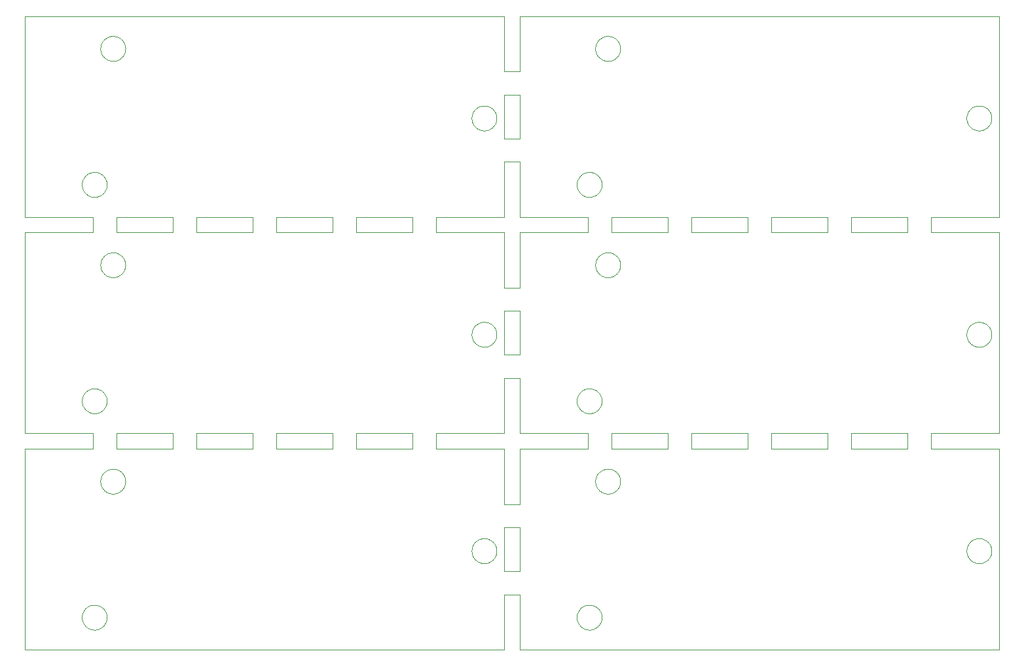
<source format=gbr>
%TF.GenerationSoftware,KiCad,Pcbnew,7.0.9*%
%TF.CreationDate,2024-06-08T21:24:25-04:00*%
%TF.ProjectId,Jackless-Panel,4a61636b-6c65-4737-932d-50616e656c2e,rev?*%
%TF.SameCoordinates,Original*%
%TF.FileFunction,Profile,NP*%
%FSLAX46Y46*%
G04 Gerber Fmt 4.6, Leading zero omitted, Abs format (unit mm)*
G04 Created by KiCad (PCBNEW 7.0.9) date 2024-06-08 21:24:25*
%MOMM*%
%LPD*%
G01*
G04 APERTURE LIST*
%TA.AperFunction,Profile*%
%ADD10C,0.100000*%
%TD*%
G04 APERTURE END LIST*
D10*
X118000000Y-46999500D02*
X118000000Y-46000000D01*
X144485878Y-90758366D02*
X144409317Y-90735979D01*
X209647985Y-31771532D02*
X209717712Y-31810270D01*
X210504564Y-61359288D02*
X210494724Y-61438445D01*
X210387796Y-89821662D02*
X210355232Y-89894478D01*
X207291986Y-33319551D02*
X207288041Y-33239883D01*
X94797440Y-40215219D02*
X94875449Y-40231867D01*
X98319107Y-79434404D02*
X98355232Y-79505521D01*
X144116911Y-90609529D02*
X144048163Y-90569078D01*
X156899865Y-41601072D02*
X156911661Y-41522183D01*
X143738868Y-60081172D02*
X143795619Y-60025119D01*
X98512452Y-52200000D02*
X98510479Y-52279741D01*
X95346875Y-52633364D02*
X95327344Y-52556026D01*
X144959816Y-31588657D02*
X145039430Y-31593587D01*
X118000000Y-74999000D02*
X118000000Y-74000000D01*
X145352540Y-31652353D02*
X145428523Y-31676627D01*
X96641849Y-22608346D02*
X96720878Y-22597527D01*
X97275449Y-81768132D02*
X97197440Y-81784780D01*
X158952540Y-40252353D02*
X159028523Y-40276627D01*
X162510479Y-24279741D02*
X162504564Y-24359288D01*
X159836535Y-40897960D02*
X159879509Y-40965161D01*
X159917083Y-22921768D02*
X159981499Y-22874723D01*
X159288041Y-80239883D02*
X159288041Y-80160116D01*
X93933958Y-96290166D02*
X94009317Y-96264020D01*
X145352540Y-90747646D02*
X145275449Y-90768132D01*
X158085878Y-96241633D02*
X158163451Y-96223060D01*
X160563451Y-53776939D02*
X160485878Y-53758366D01*
X160641849Y-50608346D02*
X160720878Y-50597527D01*
X159790290Y-98767032D02*
X159740888Y-98829658D01*
X145039430Y-87593587D02*
X145118703Y-87602448D01*
X210033102Y-60052794D02*
X210088449Y-60110234D01*
X156927344Y-97443973D02*
X156946875Y-97366635D01*
X148501000Y-35833333D02*
X148499000Y-35833333D01*
X95311661Y-80477816D02*
X95299865Y-80398927D01*
X159346875Y-79766635D02*
X159370206Y-79690358D01*
X209118703Y-34797551D02*
X209039430Y-34806412D01*
X92970206Y-69290358D02*
X92997282Y-69215327D01*
X95917083Y-22921768D02*
X95981499Y-22874723D01*
X210319107Y-89965595D02*
X210279509Y-90034838D01*
X146387796Y-33821662D02*
X146355232Y-33894478D01*
X162319107Y-51434404D02*
X162355232Y-51505521D01*
X95738868Y-23081172D02*
X95795619Y-23025119D01*
X97118703Y-78602448D02*
X97197440Y-78615219D01*
X95987796Y-41178337D02*
X96016719Y-41252675D01*
X95738868Y-51081172D02*
X95795619Y-51025119D01*
X209717712Y-59810270D02*
X209785439Y-59852410D01*
X148499000Y-91833333D02*
X147500000Y-91833333D01*
X162279509Y-53034838D02*
X162236535Y-53102039D01*
X157141562Y-68931295D02*
X157186184Y-68865178D01*
X144641849Y-62791653D02*
X144563451Y-62776939D01*
X161333333Y-46999500D02*
X161333333Y-46000000D01*
X209118703Y-62797551D02*
X209039430Y-62806412D01*
X94639430Y-71406412D02*
X94559816Y-71411342D01*
X162494724Y-52438445D02*
X162480980Y-52517018D01*
X160080980Y-97482981D02*
X160094724Y-97561554D01*
X146140888Y-32170341D02*
X146190290Y-32232967D01*
X95327344Y-23843973D02*
X95346875Y-23766635D01*
X135666666Y-46000000D02*
X135666666Y-46999500D01*
X95397282Y-51615327D02*
X95428035Y-51541728D01*
X207462390Y-60469739D02*
X207500263Y-60399538D01*
X159450999Y-43102152D02*
X159385439Y-43147589D01*
X143917083Y-87921768D02*
X143981499Y-87874723D01*
X161850999Y-78897847D02*
X161914232Y-78946471D01*
X146416719Y-60652675D02*
X146441930Y-60728352D01*
X98190290Y-23232967D02*
X98236535Y-23297960D01*
X207311661Y-32922183D02*
X207327344Y-32843973D01*
X95541562Y-79331295D02*
X95586184Y-79265178D01*
X208259984Y-87720006D02*
X208333958Y-87690166D01*
X93716911Y-43209529D02*
X93648163Y-43169078D01*
X96112452Y-69800000D02*
X96110479Y-69879741D01*
X162355232Y-23505521D02*
X162387796Y-23578337D01*
X208048163Y-62569078D02*
X207981499Y-62525276D01*
X135666666Y-74999000D02*
X135666666Y-75001000D01*
X94718703Y-96202448D02*
X94797440Y-96215219D01*
X144048163Y-31830921D02*
X144116911Y-31790470D01*
X207346875Y-33633364D02*
X207327344Y-33556026D01*
X209974982Y-87998162D02*
X210033102Y-88052794D01*
X104666666Y-74000000D02*
X104666666Y-74999000D01*
X94085878Y-96241633D02*
X94163451Y-96223060D01*
X145850999Y-59897847D02*
X145914232Y-59946471D01*
X97039430Y-25806412D02*
X96959816Y-25811342D01*
X209352540Y-62747646D02*
X209275449Y-62768132D01*
X144485878Y-62758366D02*
X144409317Y-62735979D01*
X92997282Y-41215327D02*
X93028035Y-41141728D01*
X157234022Y-42798650D02*
X157186184Y-42734821D01*
X93395619Y-40625119D02*
X93455072Y-40571941D01*
X98319107Y-80965595D02*
X98279509Y-81034838D01*
X143684958Y-90260036D02*
X143634022Y-90198650D01*
X171666666Y-74000000D02*
X179000000Y-74000000D01*
X179000000Y-48000000D02*
X171666666Y-48000000D01*
X159370206Y-51690358D02*
X159397282Y-51615327D01*
X95103213Y-96304628D02*
X95176426Y-96336289D01*
X96048163Y-22830921D02*
X96116911Y-22790470D01*
X156997282Y-41215327D02*
X157028035Y-41141728D01*
X162279509Y-23365161D02*
X162319107Y-23434404D01*
X158559816Y-96188657D02*
X158639430Y-96193587D01*
X161333333Y-74000000D02*
X168666666Y-74000000D01*
X207981499Y-34525276D02*
X207917083Y-34478231D01*
X95981499Y-22874723D02*
X96048163Y-22830921D01*
X144333958Y-90709833D02*
X144259984Y-90679993D01*
X157395619Y-96625119D02*
X157455072Y-96571941D01*
X159586184Y-51265178D02*
X159634022Y-51201349D01*
X93716911Y-40390470D02*
X93787576Y-40353468D01*
X94241849Y-68208346D02*
X94320878Y-68197527D01*
X159586184Y-53134821D02*
X159541562Y-53068704D01*
X93028035Y-98458271D02*
X92997282Y-98384672D01*
X98416719Y-80747324D02*
X98387796Y-80821662D01*
X207981499Y-31874723D02*
X208048163Y-31830921D01*
X159291986Y-24319551D02*
X159288041Y-24239883D01*
X162441930Y-23728352D02*
X162463368Y-23805184D01*
X159738868Y-81318827D02*
X159684958Y-81260036D01*
X160641849Y-25791653D02*
X160563451Y-25776939D01*
X210512452Y-33200000D02*
X210510479Y-33279741D01*
X160063368Y-97405184D02*
X160080980Y-97482981D01*
X158241849Y-43391653D02*
X158163451Y-43376939D01*
X159917083Y-81478231D02*
X159855072Y-81428058D01*
X179000000Y-74000000D02*
X179000000Y-74999000D01*
X160959816Y-81811342D02*
X160880056Y-81812328D01*
X161118703Y-50602448D02*
X161197440Y-50615219D01*
X208333958Y-90709833D02*
X208259984Y-90679993D01*
X207738868Y-34318827D02*
X207684958Y-34260036D01*
X158875449Y-43368132D02*
X158797440Y-43384780D01*
X97333333Y-46000000D02*
X104666666Y-46000000D01*
X93100263Y-96999538D02*
X93141562Y-96931295D01*
X93186184Y-96865178D02*
X93234022Y-96801349D01*
X93284958Y-68739963D02*
X93338868Y-68681172D01*
X149500000Y-48000000D02*
X149500000Y-55166666D01*
X161039430Y-50593587D02*
X161118703Y-50602448D01*
X144409317Y-59664020D02*
X144485878Y-59641633D01*
X145428523Y-90723372D02*
X145352540Y-90747646D01*
X162504564Y-52040711D02*
X162510479Y-52120258D01*
X158797440Y-99384780D02*
X158718703Y-99397551D01*
X144641849Y-31608346D02*
X144720878Y-31597527D01*
X94241849Y-96208346D02*
X94320878Y-96197527D01*
X157395619Y-40625119D02*
X157455072Y-40571941D01*
X85500000Y-20000000D02*
X85500000Y-46000000D01*
X94797440Y-43384780D02*
X94718703Y-43397551D01*
X146033102Y-62347205D02*
X145974982Y-62401837D01*
X143500263Y-60399538D02*
X143541562Y-60331295D01*
X95987796Y-97178337D02*
X96016719Y-97252675D01*
X207981499Y-59874723D02*
X208048163Y-59830921D01*
X95450999Y-71102152D02*
X95385439Y-71147589D01*
X96187576Y-25646531D02*
X96116911Y-25609529D01*
X97717712Y-22810270D02*
X97785439Y-22852410D01*
X145503213Y-59704628D02*
X145576426Y-59736289D01*
X95836535Y-40897960D02*
X95879509Y-40965161D01*
X93455072Y-96571941D02*
X93517083Y-96521768D01*
X95855072Y-78971941D02*
X95917083Y-78921768D01*
X146504564Y-89359288D02*
X146494724Y-89438445D01*
X161197440Y-22615219D02*
X161275449Y-22631867D01*
X159634022Y-23201349D02*
X159684958Y-23139963D01*
X95541562Y-81068704D02*
X95500263Y-81000461D01*
X94163451Y-40223060D02*
X94241849Y-40208346D01*
X95879509Y-98634838D02*
X95836535Y-98702039D01*
X208333958Y-59690166D02*
X208409317Y-59664020D01*
X143795619Y-62374880D02*
X143738868Y-62318827D01*
X146504564Y-61040711D02*
X146510479Y-61120258D01*
X97503213Y-25695371D02*
X97428523Y-25723372D01*
X161352540Y-50652353D02*
X161428523Y-50676627D01*
X143684958Y-88139963D02*
X143738868Y-88081172D01*
X207428035Y-88541728D02*
X207462390Y-88469739D01*
X202666666Y-75001000D02*
X202666666Y-74999000D01*
X159795619Y-51025119D02*
X159855072Y-50971941D01*
X162387796Y-80821662D02*
X162355232Y-80894478D01*
X162494724Y-51961554D02*
X162504564Y-52040711D01*
X208720878Y-90802472D02*
X208641849Y-90791653D01*
X95688449Y-42889765D02*
X95633102Y-42947205D01*
X104666666Y-48000000D02*
X97333333Y-48000000D01*
X207327344Y-32843973D02*
X207346875Y-32766635D01*
X210140888Y-62229658D02*
X210088449Y-62289765D01*
X94400345Y-68190630D02*
X94480056Y-68187671D01*
X157141562Y-70668704D02*
X157100263Y-70600461D01*
X145275449Y-34768132D02*
X145197440Y-34784780D01*
X95738868Y-81318827D02*
X95684958Y-81260036D01*
X95981499Y-78874723D02*
X96048163Y-78830921D01*
X94333333Y-76000000D02*
X85500000Y-76000000D01*
X95311661Y-51922183D02*
X95327344Y-51843973D01*
X209717712Y-87810270D02*
X209785439Y-87852410D01*
X95688449Y-96710234D02*
X95740888Y-96770341D01*
X93062390Y-42530260D02*
X93028035Y-42458271D01*
X160104564Y-69640711D02*
X160110479Y-69720258D01*
X179000000Y-46999500D02*
X179000000Y-47001500D01*
X160800345Y-50590630D02*
X160880056Y-50587671D01*
X143428035Y-89858271D02*
X143397282Y-89784672D01*
X209914232Y-87946471D02*
X209974982Y-87998162D01*
X160959816Y-50588657D02*
X161039430Y-50593587D01*
X92970206Y-42309641D02*
X92946875Y-42233364D01*
X159299865Y-52398927D02*
X159291986Y-52319551D01*
X162236535Y-79297960D02*
X162279509Y-79365161D01*
X209352540Y-34747646D02*
X209275449Y-34768132D01*
X95855072Y-50971941D02*
X95917083Y-50921768D01*
X95500263Y-25000461D02*
X95462390Y-24930260D01*
X158559816Y-71411342D02*
X158480056Y-71412328D01*
X125333333Y-74999000D02*
X125333333Y-75001000D01*
X146416719Y-61747324D02*
X146387796Y-61821662D01*
X160800345Y-81809369D02*
X160720878Y-81802472D01*
X210190290Y-34167032D02*
X210140888Y-34229658D01*
X94480056Y-68187671D02*
X94559816Y-68188657D01*
X210463368Y-33594815D02*
X210441930Y-33671647D01*
X158333333Y-46999500D02*
X158333333Y-47001500D01*
X135666666Y-74000000D02*
X135666666Y-74999000D01*
X96048163Y-81569078D02*
X95981499Y-81525276D01*
X95327344Y-51843973D02*
X95346875Y-51766635D01*
X94320878Y-96197527D02*
X94400345Y-96190630D01*
X207288041Y-33160116D02*
X207291986Y-33080448D01*
X210441930Y-60728352D02*
X210463368Y-60805184D01*
X160720878Y-22597527D02*
X160800345Y-22590630D01*
X207795619Y-34374880D02*
X207738868Y-34318827D01*
X157517083Y-99078231D02*
X157455072Y-99028058D01*
X95428035Y-51541728D02*
X95462390Y-51469739D01*
X95855072Y-81428058D02*
X95795619Y-81374880D01*
X161352540Y-78652353D02*
X161428523Y-78676627D01*
X95428035Y-23541728D02*
X95462390Y-23469739D01*
X159955232Y-70494478D02*
X159919107Y-70565595D01*
X159317712Y-96410270D02*
X159385439Y-96452410D01*
X145428523Y-87676627D02*
X145503213Y-87704628D01*
X92911661Y-98077816D02*
X92899865Y-97998927D01*
X96563451Y-25776939D02*
X96485878Y-25758366D01*
X147500000Y-74000000D02*
X147500000Y-66833333D01*
X144187576Y-87753468D02*
X144259984Y-87720006D01*
X157455072Y-71028058D02*
X157395619Y-70974880D01*
X159987796Y-69178337D02*
X160016719Y-69252675D01*
X159633102Y-40652794D02*
X159688449Y-40710234D01*
X145352540Y-59652353D02*
X145428523Y-59676627D01*
X98510479Y-80279741D02*
X98504564Y-80359288D01*
X160880056Y-81812328D02*
X160800345Y-81809369D01*
X97974982Y-25401837D02*
X97914232Y-25453528D01*
X159450999Y-71102152D02*
X159385439Y-71147589D01*
X148501000Y-30166666D02*
X149500000Y-30166666D01*
X208116911Y-62609529D02*
X208048163Y-62569078D01*
X143855072Y-87971941D02*
X143917083Y-87921768D01*
X144116911Y-62609529D02*
X144048163Y-62569078D01*
X97717712Y-78810270D02*
X97785439Y-78852410D01*
X159028523Y-71323372D02*
X158952540Y-71347646D01*
X192333333Y-74000000D02*
X199666666Y-74000000D01*
X159917083Y-50921768D02*
X159981499Y-50874723D01*
X95740888Y-40770341D02*
X95790290Y-40832967D01*
X207855072Y-31971941D02*
X207917083Y-31921768D01*
X145576426Y-59736289D02*
X145647985Y-59771532D01*
X207738868Y-32081172D02*
X207795619Y-32025119D01*
X208720878Y-59597527D02*
X208800345Y-59590630D01*
X98416719Y-24747324D02*
X98387796Y-24821662D01*
X160063368Y-42194815D02*
X160041930Y-42271647D01*
X146319107Y-88434404D02*
X146355232Y-88505521D01*
X145197440Y-90784780D02*
X145118703Y-90797551D01*
X95688449Y-98889765D02*
X95633102Y-98947205D01*
X143397282Y-32615327D02*
X143428035Y-32541728D01*
X159450999Y-68497847D02*
X159514232Y-68546471D01*
X145647985Y-59771532D02*
X145717712Y-59810270D01*
X145785439Y-34547589D02*
X145717712Y-34589729D01*
X94875449Y-43368132D02*
X94797440Y-43384780D01*
X97503213Y-78704628D02*
X97576426Y-78736289D01*
X157787576Y-40353468D02*
X157859984Y-40320006D01*
X160041930Y-70271647D02*
X160016719Y-70347324D01*
X95028523Y-43323372D02*
X94952540Y-43347646D01*
X159790290Y-70767032D02*
X159740888Y-70829658D01*
X158333333Y-46000000D02*
X158333333Y-46999500D01*
X209974982Y-90401837D02*
X209914232Y-90453528D01*
X93716911Y-99209529D02*
X93648163Y-99169078D01*
X171666666Y-75001000D02*
X171666666Y-74999000D01*
X207311661Y-88922183D02*
X207327344Y-88843973D01*
X157062390Y-41069739D02*
X157100263Y-40999538D01*
X207346875Y-89633364D02*
X207327344Y-89556026D01*
X207327344Y-33556026D02*
X207311661Y-33477816D01*
X159291986Y-52080448D02*
X159299865Y-52001072D01*
X146140888Y-88170341D02*
X146190290Y-88232967D01*
X210512452Y-61200000D02*
X210510479Y-61279741D01*
X208187576Y-87753468D02*
X208259984Y-87720006D01*
X96880056Y-25812328D02*
X96800345Y-25809369D01*
X210463368Y-88805184D02*
X210480980Y-88882981D01*
X158639430Y-99406412D02*
X158559816Y-99411342D01*
X145503213Y-90695371D02*
X145428523Y-90723372D01*
X98480980Y-79882981D02*
X98494724Y-79961554D01*
X210236535Y-34102039D02*
X210190290Y-34167032D01*
X159028523Y-96276627D02*
X159103213Y-96304628D01*
X96048163Y-53569078D02*
X95981499Y-53525276D01*
X156899865Y-97998927D02*
X156891986Y-97919551D01*
X210416719Y-61747324D02*
X210387796Y-61821662D01*
X94559816Y-96188657D02*
X94639430Y-96193587D01*
X145717712Y-90589729D02*
X145647985Y-90628467D01*
X157062390Y-42530260D02*
X157028035Y-42458271D01*
X98088449Y-53289765D02*
X98033102Y-53347205D01*
X161503213Y-50704628D02*
X161576426Y-50736289D01*
X157338868Y-70918827D02*
X157284958Y-70860036D01*
X93338868Y-96681172D02*
X93395619Y-96625119D01*
X160409317Y-78664020D02*
X160485878Y-78641633D01*
X207311661Y-60922183D02*
X207327344Y-60843973D01*
X162319107Y-24965595D02*
X162279509Y-25034838D01*
X145197440Y-31615219D02*
X145275449Y-31631867D01*
X144880056Y-90812328D02*
X144800345Y-90809369D01*
X208409317Y-90735979D02*
X208333958Y-90709833D01*
X160409317Y-53735979D02*
X160333958Y-53709833D01*
X207500263Y-88399538D02*
X207541562Y-88331295D01*
X93517083Y-99078231D02*
X93455072Y-99028058D01*
X96110479Y-41879741D02*
X96104564Y-41959288D01*
X145118703Y-90797551D02*
X145039430Y-90806412D01*
X96959816Y-78588657D02*
X97039430Y-78593587D01*
X159397282Y-52784672D02*
X159370206Y-52709641D01*
X156911661Y-69522183D02*
X156927344Y-69443973D01*
X162279509Y-25034838D02*
X162236535Y-25102039D01*
X148499000Y-35833333D02*
X147500000Y-35833333D01*
X162088449Y-51110234D02*
X162140888Y-51170341D01*
X98355232Y-51505521D02*
X98387796Y-51578337D01*
X95288041Y-24239883D02*
X95288041Y-24160116D01*
X207299865Y-89398927D02*
X207291986Y-89319551D01*
X95684958Y-81260036D02*
X95634022Y-81198650D01*
X161914232Y-22946471D02*
X161974982Y-22998162D01*
X207981499Y-62525276D02*
X207917083Y-62478231D01*
X159247985Y-68371532D02*
X159317712Y-68410270D01*
X104666666Y-75001000D02*
X104666666Y-76000000D01*
X157455072Y-68571941D02*
X157517083Y-68521768D01*
X156899865Y-69998927D02*
X156891986Y-69919551D01*
X157859984Y-43279993D02*
X157787576Y-43246531D01*
X159176426Y-43263710D02*
X159103213Y-43295371D01*
X159299865Y-52001072D02*
X159311661Y-51922183D01*
X93933958Y-99309833D02*
X93859984Y-99279993D01*
X158163451Y-99376939D02*
X158085878Y-99358366D01*
X159346875Y-23766635D02*
X159370206Y-23690358D01*
X97352540Y-22652353D02*
X97428523Y-22676627D01*
X94480056Y-40187671D02*
X94559816Y-40188657D01*
X160187576Y-78753468D02*
X160259984Y-78720006D01*
X143795619Y-32025119D02*
X143855072Y-31971941D01*
X207586184Y-62134821D02*
X207541562Y-62068704D01*
X158333333Y-48000000D02*
X149500000Y-48000000D01*
X208563451Y-59623060D02*
X208641849Y-59608346D01*
X209275449Y-59631867D02*
X209352540Y-59652353D01*
X158163451Y-71376939D02*
X158085878Y-71358366D01*
X209197440Y-31615219D02*
X209275449Y-31631867D01*
X96048163Y-78830921D02*
X96116911Y-78790470D01*
X144333958Y-62709833D02*
X144259984Y-62679993D01*
X158333333Y-47001500D02*
X158333333Y-48000000D01*
X143500263Y-34000461D02*
X143462390Y-33930260D01*
X97118703Y-81797551D02*
X97039430Y-81806412D01*
X207586184Y-90134821D02*
X207541562Y-90068704D01*
X143370206Y-88690358D02*
X143397282Y-88615327D01*
X97914232Y-50946471D02*
X97974982Y-50998162D01*
X97717712Y-53589729D02*
X97647985Y-53628467D01*
X159346875Y-52633364D02*
X159327344Y-52556026D01*
X93028035Y-70458271D02*
X92997282Y-70384672D01*
X192333333Y-75001000D02*
X192333333Y-74999000D01*
X96333958Y-81709833D02*
X96259984Y-81679993D01*
X160333958Y-78690166D02*
X160409317Y-78664020D01*
X144880056Y-31587671D02*
X144959816Y-31588657D01*
X92927344Y-41443973D02*
X92946875Y-41366635D01*
X115000000Y-47001500D02*
X115000000Y-48000000D01*
X93141562Y-68931295D02*
X93186184Y-68865178D01*
X209428523Y-90723372D02*
X209352540Y-90747646D01*
X98494724Y-51961554D02*
X98504564Y-52040711D01*
X207634022Y-32201349D02*
X207684958Y-32139963D01*
X158559816Y-40188657D02*
X158639430Y-40193587D01*
X144187576Y-62646531D02*
X144116911Y-62609529D01*
X92888041Y-41760116D02*
X92891986Y-41680448D01*
X93859984Y-96320006D02*
X93933958Y-96290166D01*
X95855072Y-22971941D02*
X95917083Y-22921768D01*
X97503213Y-81695371D02*
X97428523Y-81723372D01*
X94952540Y-99347646D02*
X94875449Y-99368132D01*
X97352540Y-81747646D02*
X97275449Y-81768132D01*
X96094724Y-70038445D02*
X96080980Y-70117018D01*
X160116911Y-50790470D02*
X160187576Y-50753468D01*
X210088449Y-32110234D02*
X210140888Y-32170341D01*
X92927344Y-42156026D02*
X92911661Y-42077816D01*
X211500000Y-48000000D02*
X202666666Y-48000000D01*
X160080980Y-98117018D02*
X160063368Y-98194815D01*
X208259984Y-31720006D02*
X208333958Y-31690166D01*
X159684958Y-25260036D02*
X159634022Y-25198650D01*
X159327344Y-52556026D02*
X159311661Y-52477816D01*
X209197440Y-87615219D02*
X209275449Y-87631867D01*
X159879509Y-70634838D02*
X159836535Y-70702039D01*
X92927344Y-70156026D02*
X92911661Y-70077816D01*
X96800345Y-25809369D02*
X96720878Y-25802472D01*
X146279509Y-90034838D02*
X146236535Y-90102039D01*
X157581499Y-68474723D02*
X157648163Y-68430921D01*
X160333958Y-22690166D02*
X160409317Y-22664020D01*
X160094724Y-42038445D02*
X160080980Y-42117018D01*
X96720878Y-78597527D02*
X96800345Y-78590630D01*
X96063368Y-98194815D02*
X96041930Y-98271647D01*
X97503213Y-22704628D02*
X97576426Y-22736289D01*
X98480980Y-51882981D02*
X98494724Y-51961554D01*
X95684958Y-53260036D02*
X95634022Y-53198650D01*
X96094724Y-42038445D02*
X96080980Y-42117018D01*
X95919107Y-97034404D02*
X95955232Y-97105521D01*
X92970206Y-98309641D02*
X92946875Y-98233364D01*
X144187576Y-31753468D02*
X144259984Y-31720006D01*
X160800345Y-22590630D02*
X160880056Y-22587671D01*
X208259984Y-90679993D02*
X208187576Y-90646531D01*
X210463368Y-60805184D02*
X210480980Y-60882981D01*
X146510479Y-33120258D02*
X146512452Y-33200000D01*
X93141562Y-40931295D02*
X93186184Y-40865178D01*
X159981499Y-81525276D02*
X159917083Y-81478231D01*
X211500000Y-76000000D02*
X202666666Y-76000000D01*
X98441930Y-52671647D02*
X98416719Y-52747324D01*
X143327344Y-88843973D02*
X143346875Y-88766635D01*
X159176426Y-96336289D02*
X159247985Y-96371532D01*
X149500000Y-102000000D02*
X211500000Y-102000000D01*
X96641849Y-78608346D02*
X96720878Y-78597527D01*
X208333958Y-34709833D02*
X208259984Y-34679993D01*
X95919107Y-70565595D02*
X95879509Y-70634838D01*
X95299865Y-52001072D02*
X95311661Y-51922183D01*
X160485878Y-25758366D02*
X160409317Y-25735979D01*
X144880056Y-62812328D02*
X144800345Y-62809369D01*
X143981499Y-90525276D02*
X143917083Y-90478231D01*
X159574982Y-71001837D02*
X159514232Y-71053528D01*
X98088449Y-25289765D02*
X98033102Y-25347205D01*
X207428035Y-89858271D02*
X207397282Y-89784672D01*
X157062390Y-98530260D02*
X157028035Y-98458271D01*
X159462390Y-23469739D02*
X159500263Y-23399538D01*
X157395619Y-68625119D02*
X157455072Y-68571941D01*
X161428523Y-22676627D02*
X161503213Y-22704628D01*
X208259984Y-59720006D02*
X208333958Y-59690166D01*
X210236535Y-62102039D02*
X210190290Y-62167032D01*
X92891986Y-69919551D02*
X92888041Y-69839883D01*
X207370206Y-89709641D02*
X207346875Y-89633364D01*
X209717712Y-34589729D02*
X209647985Y-34628467D01*
X96116911Y-25609529D02*
X96048163Y-25569078D01*
X156927344Y-41443973D02*
X156946875Y-41366635D01*
X160094724Y-70038445D02*
X160080980Y-70117018D01*
X168666666Y-48000000D02*
X161333333Y-48000000D01*
X93186184Y-98734821D02*
X93141562Y-98668704D01*
X207981499Y-90525276D02*
X207917083Y-90478231D01*
X94718703Y-43397551D02*
X94639430Y-43406412D01*
X210480980Y-61517018D02*
X210463368Y-61594815D01*
X207462390Y-89930260D02*
X207428035Y-89858271D01*
X92888041Y-69839883D02*
X92888041Y-69760116D01*
X97039430Y-50593587D02*
X97118703Y-50602448D01*
X144333958Y-87690166D02*
X144409317Y-87664020D01*
X159740888Y-98829658D02*
X159688449Y-98889765D01*
X157338868Y-42918827D02*
X157284958Y-42860036D01*
X94163451Y-96223060D02*
X94241849Y-96208346D01*
X162355232Y-52894478D02*
X162319107Y-52965595D01*
X209647985Y-87771532D02*
X209717712Y-87810270D01*
X159291986Y-80080448D02*
X159299865Y-80001072D01*
X147500000Y-27166666D02*
X147500000Y-20000000D01*
X144259984Y-62679993D02*
X144187576Y-62646531D01*
X94400345Y-40190630D02*
X94480056Y-40187671D01*
X93234022Y-96801349D02*
X93284958Y-96739963D01*
X144116911Y-34609529D02*
X144048163Y-34569078D01*
X156899865Y-69601072D02*
X156911661Y-69522183D01*
X95955232Y-98494478D02*
X95919107Y-98565595D01*
X95397282Y-79615327D02*
X95428035Y-79541728D01*
X95028523Y-96276627D02*
X95103213Y-96304628D01*
X157395619Y-70974880D02*
X157338868Y-70918827D01*
X148501000Y-83166666D02*
X148499000Y-83166666D01*
X209850999Y-87897847D02*
X209914232Y-87946471D01*
X159370206Y-79690358D02*
X159397282Y-79615327D01*
X95917083Y-25478231D02*
X95855072Y-25428058D01*
X146236535Y-90102039D02*
X146190290Y-90167032D01*
X157517083Y-71078231D02*
X157455072Y-71028058D01*
X145717712Y-59810270D02*
X145785439Y-59852410D01*
X95317712Y-43189729D02*
X95247985Y-43228467D01*
X107666666Y-74000000D02*
X115000000Y-74000000D01*
X94009317Y-43335979D02*
X93933958Y-43309833D01*
X98463368Y-23805184D02*
X98480980Y-23882981D01*
X146236535Y-34102039D02*
X146190290Y-34167032D01*
X94875449Y-71368132D02*
X94797440Y-71384780D01*
X159919107Y-69034404D02*
X159955232Y-69105521D01*
X158875449Y-71368132D02*
X158797440Y-71384780D01*
X160563451Y-50623060D02*
X160641849Y-50608346D01*
X202666666Y-46000000D02*
X211500000Y-46000000D01*
X160800345Y-78590630D02*
X160880056Y-78587671D01*
X161503213Y-78704628D02*
X161576426Y-78736289D01*
X159028523Y-40276627D02*
X159103213Y-40304628D01*
X143291986Y-61080448D02*
X143299865Y-61001072D01*
X189333333Y-46999500D02*
X189333333Y-47001500D01*
X143428035Y-88541728D02*
X143462390Y-88469739D01*
X95795619Y-81374880D02*
X95738868Y-81318827D01*
X210387796Y-88578337D02*
X210416719Y-88652675D01*
X160485878Y-78641633D02*
X160563451Y-78623060D01*
X97850999Y-25502152D02*
X97785439Y-25547589D01*
X149500000Y-55166666D02*
X148501000Y-55166666D01*
X85500000Y-74000000D02*
X94333333Y-74000000D01*
X146416719Y-33747324D02*
X146387796Y-33821662D01*
X93933958Y-40290166D02*
X94009317Y-40264020D01*
X98236535Y-81102039D02*
X98190290Y-81167032D01*
X94320878Y-43402472D02*
X94241849Y-43391653D01*
X158718703Y-99397551D02*
X158639430Y-99406412D01*
X146494724Y-61438445D02*
X146480980Y-61517018D01*
X145914232Y-90453528D02*
X145850999Y-90502152D01*
X189333333Y-75001000D02*
X189333333Y-76000000D01*
X207291986Y-33080448D02*
X207299865Y-33001072D01*
X144959816Y-87588657D02*
X145039430Y-87593587D01*
X95919107Y-42565595D02*
X95879509Y-42634838D01*
X144485878Y-31641633D02*
X144563451Y-31623060D01*
X95955232Y-69105521D02*
X95987796Y-69178337D01*
X143541562Y-90068704D02*
X143500263Y-90000461D01*
X95291986Y-24080448D02*
X95299865Y-24001072D01*
X207397282Y-88615327D02*
X207428035Y-88541728D01*
X145974982Y-87998162D02*
X146033102Y-88052794D01*
X93581499Y-43125276D02*
X93517083Y-43078231D01*
X93028035Y-97141728D02*
X93062390Y-97069739D01*
X161785439Y-81547589D02*
X161717712Y-81589729D01*
X210494724Y-60961554D02*
X210504564Y-61040711D01*
X202666666Y-74000000D02*
X211500000Y-74000000D01*
X143981499Y-34525276D02*
X143917083Y-34478231D01*
X158085878Y-99358366D02*
X158009317Y-99335979D01*
X95514232Y-43053528D02*
X95450999Y-43102152D01*
X160409317Y-50664020D02*
X160485878Y-50641633D01*
X96187576Y-78753468D02*
X96259984Y-78720006D01*
X210190290Y-62167032D02*
X210140888Y-62229658D01*
X159299865Y-80398927D02*
X159291986Y-80319551D01*
X128333333Y-74999000D02*
X128333333Y-74000000D01*
X146463368Y-89594815D02*
X146441930Y-89671647D01*
X95288041Y-52160116D02*
X95291986Y-52080448D01*
X97785439Y-25547589D02*
X97717712Y-25589729D01*
X93100263Y-70600461D02*
X93062390Y-70530260D01*
X162494724Y-23961554D02*
X162504564Y-24040711D01*
X199666666Y-46999500D02*
X199666666Y-47001500D01*
X160048163Y-22830921D02*
X160116911Y-22790470D01*
X158320878Y-71402472D02*
X158241849Y-71391653D01*
X209717712Y-31810270D02*
X209785439Y-31852410D01*
X97647985Y-50771532D02*
X97717712Y-50810270D01*
X161647985Y-50771532D02*
X161717712Y-50810270D01*
X145039430Y-90806412D02*
X144959816Y-90811342D01*
X94480056Y-71412328D02*
X94400345Y-71409369D01*
X148499000Y-83166666D02*
X147500000Y-83166666D01*
X146355232Y-32505521D02*
X146387796Y-32578337D01*
X159740888Y-68770341D02*
X159790290Y-68832967D01*
X207917083Y-34478231D02*
X207855072Y-34428058D01*
X96641849Y-25791653D02*
X96563451Y-25776939D01*
X161974982Y-81401837D02*
X161914232Y-81453528D01*
X97118703Y-50602448D02*
X97197440Y-50615219D01*
X98033102Y-81347205D02*
X97974982Y-81401837D01*
X156970206Y-70309641D02*
X156946875Y-70233364D01*
X93395619Y-96625119D02*
X93455072Y-96571941D01*
X93234022Y-98798650D02*
X93186184Y-98734821D01*
X97428523Y-78676627D02*
X97503213Y-78704628D01*
X159919107Y-70565595D02*
X159879509Y-70634838D01*
X158480056Y-40187671D02*
X158559816Y-40188657D01*
X161503213Y-25695371D02*
X161428523Y-25723372D01*
X157028035Y-70458271D02*
X156997282Y-70384672D01*
X209039430Y-90806412D02*
X208959816Y-90811342D01*
X157787576Y-99246531D02*
X157716911Y-99209529D01*
X144959816Y-62811342D02*
X144880056Y-62812328D01*
X145850999Y-62502152D02*
X145785439Y-62547589D01*
X143346875Y-89633364D02*
X143327344Y-89556026D01*
X171666666Y-47001500D02*
X171666666Y-46999500D01*
X144187576Y-59753468D02*
X144259984Y-59720006D01*
X96112452Y-97800000D02*
X96110479Y-97879741D01*
X96880056Y-78587671D02*
X96959816Y-78588657D01*
X95397282Y-24784672D02*
X95370206Y-24709641D01*
X95738868Y-25318827D02*
X95684958Y-25260036D01*
X159028523Y-43323372D02*
X158952540Y-43347646D01*
X157716911Y-99209529D02*
X157648163Y-99169078D01*
X208563451Y-31623060D02*
X208641849Y-31608346D01*
X189333333Y-46000000D02*
X189333333Y-46999500D01*
X93787576Y-99246531D02*
X93716911Y-99209529D01*
X96187576Y-50753468D02*
X96259984Y-50720006D01*
X97039430Y-22593587D02*
X97118703Y-22602448D01*
X160063368Y-70194815D02*
X160041930Y-70271647D01*
X95955232Y-70494478D02*
X95919107Y-70565595D01*
X144641849Y-90791653D02*
X144563451Y-90776939D01*
X94559816Y-68188657D02*
X94639430Y-68193587D01*
X143634022Y-32201349D02*
X143684958Y-32139963D01*
X98512452Y-80200000D02*
X98510479Y-80279741D01*
X95633102Y-98947205D02*
X95574982Y-99001837D01*
X144048163Y-34569078D02*
X143981499Y-34525276D01*
X210510479Y-89279741D02*
X210504564Y-89359288D01*
X156911661Y-41522183D02*
X156927344Y-41443973D01*
X161914232Y-53453528D02*
X161850999Y-53502152D01*
X159428035Y-23541728D02*
X159462390Y-23469739D01*
X209039430Y-34806412D02*
X208959816Y-34811342D01*
X210319107Y-88434404D02*
X210355232Y-88505521D01*
X143500263Y-88399538D02*
X143541562Y-88331295D01*
X162416719Y-80747324D02*
X162387796Y-80821662D01*
X145275449Y-62768132D02*
X145197440Y-62784780D01*
X207684958Y-34260036D02*
X207634022Y-34198650D01*
X209118703Y-31602448D02*
X209197440Y-31615219D01*
X157933958Y-68290166D02*
X158009317Y-68264020D01*
X143738868Y-34318827D02*
X143684958Y-34260036D01*
X161118703Y-81797551D02*
X161039430Y-81806412D01*
X98033102Y-51052794D02*
X98088449Y-51110234D01*
X95634022Y-23201349D02*
X95684958Y-23139963D01*
X207327344Y-60843973D02*
X207346875Y-60766635D01*
X160104564Y-69959288D02*
X160094724Y-70038445D01*
X207855072Y-87971941D02*
X207917083Y-87921768D01*
X95836535Y-98702039D02*
X95790290Y-98767032D01*
X96800345Y-22590630D02*
X96880056Y-22587671D01*
X145914232Y-87946471D02*
X145974982Y-87998162D01*
X160409317Y-22664020D02*
X160485878Y-22641633D01*
X209118703Y-87602448D02*
X209197440Y-87615219D01*
X160880056Y-25812328D02*
X160800345Y-25809369D01*
X157455072Y-96571941D02*
X157517083Y-96521768D01*
X160485878Y-50641633D02*
X160563451Y-50623060D01*
X159795619Y-79025119D02*
X159855072Y-78971941D01*
X144259984Y-87720006D02*
X144333958Y-87690166D01*
X94085878Y-40241633D02*
X94163451Y-40223060D01*
X159795619Y-25374880D02*
X159738868Y-25318827D01*
X97785439Y-53547589D02*
X97717712Y-53589729D01*
X157284958Y-96739963D02*
X157338868Y-96681172D01*
X157141562Y-40931295D02*
X157186184Y-40865178D01*
X96041930Y-42271647D02*
X96016719Y-42347324D01*
X162140888Y-23170341D02*
X162190290Y-23232967D01*
X210236535Y-32297960D02*
X210279509Y-32365161D01*
X207917083Y-87921768D02*
X207981499Y-87874723D01*
X160048163Y-78830921D02*
X160116911Y-78790470D01*
X143684958Y-34260036D02*
X143634022Y-34198650D01*
X96959816Y-53811342D02*
X96880056Y-53812328D01*
X210140888Y-60170341D02*
X210190290Y-60232967D01*
X95738868Y-79081172D02*
X95795619Y-79025119D01*
X95740888Y-96770341D02*
X95790290Y-96832967D01*
X161333333Y-47001500D02*
X161333333Y-46999500D01*
X144048163Y-90569078D02*
X143981499Y-90525276D01*
X160080980Y-41482981D02*
X160094724Y-41561554D01*
X96800345Y-81809369D02*
X96720878Y-81802472D01*
X159981499Y-25525276D02*
X159917083Y-25478231D01*
X158241849Y-71391653D02*
X158163451Y-71376939D01*
X96104564Y-69640711D02*
X96110479Y-69720258D01*
X208187576Y-31753468D02*
X208259984Y-31720006D01*
X209576426Y-90663710D02*
X209503213Y-90695371D01*
X95317712Y-96410270D02*
X95385439Y-96452410D01*
X179000000Y-74999000D02*
X179000000Y-75001000D01*
X162463368Y-80594815D02*
X162441930Y-80671647D01*
X98387796Y-80821662D02*
X98355232Y-80894478D01*
X92888041Y-97839883D02*
X92888041Y-97760116D01*
X97197440Y-81784780D02*
X97118703Y-81797551D01*
X98510479Y-24279741D02*
X98504564Y-24359288D01*
X92970206Y-70309641D02*
X92946875Y-70233364D01*
X161914232Y-81453528D02*
X161850999Y-81502152D01*
X138666666Y-47001500D02*
X138666666Y-46999500D01*
X95103213Y-71295371D02*
X95028523Y-71323372D01*
X159574982Y-40598162D02*
X159633102Y-40652794D01*
X208187576Y-62646531D02*
X208116911Y-62609529D01*
X210441930Y-88728352D02*
X210463368Y-88805184D01*
X96641849Y-81791653D02*
X96563451Y-81776939D01*
X158875449Y-96231867D02*
X158952540Y-96252353D01*
X207684958Y-90260036D02*
X207634022Y-90198650D01*
X146387796Y-61821662D02*
X146355232Y-61894478D01*
X157234022Y-40801349D02*
X157284958Y-40739963D01*
X146441930Y-33671647D02*
X146416719Y-33747324D01*
X92899865Y-41998927D02*
X92891986Y-41919551D01*
X93284958Y-98860036D02*
X93234022Y-98798650D01*
X97914232Y-78946471D02*
X97974982Y-78998162D01*
X160409317Y-25735979D02*
X160333958Y-25709833D01*
X95346875Y-79766635D02*
X95370206Y-79690358D01*
X208720878Y-62802472D02*
X208641849Y-62791653D01*
X168666666Y-76000000D02*
X161333333Y-76000000D01*
X210033102Y-62347205D02*
X209974982Y-62401837D01*
X209039430Y-59593587D02*
X209118703Y-59602448D01*
X158400345Y-71409369D02*
X158320878Y-71402472D01*
X93338868Y-40681172D02*
X93395619Y-40625119D01*
X93234022Y-40801349D02*
X93284958Y-40739963D01*
X159176426Y-99263710D02*
X159103213Y-99295371D01*
X95028523Y-40276627D02*
X95103213Y-40304628D01*
X158875449Y-68231867D02*
X158952540Y-68252353D01*
X96409317Y-50664020D02*
X96485878Y-50641633D01*
X159428035Y-80858271D02*
X159397282Y-80784672D01*
X95247985Y-43228467D02*
X95176426Y-43263710D01*
X96041930Y-41328352D02*
X96063368Y-41405184D01*
X209850999Y-59897847D02*
X209914232Y-59946471D01*
X143311661Y-89477816D02*
X143299865Y-89398927D01*
X161717712Y-78810270D02*
X161785439Y-78852410D01*
X144720878Y-31597527D02*
X144800345Y-31590630D01*
X162088449Y-79110234D02*
X162140888Y-79170341D01*
X146480980Y-61517018D02*
X146463368Y-61594815D01*
X157338868Y-68681172D02*
X157395619Y-68625119D01*
X162279509Y-79365161D02*
X162319107Y-79434404D01*
X161785439Y-50852410D02*
X161850999Y-50897847D01*
X146190290Y-60232967D02*
X146236535Y-60297960D01*
X158085878Y-71358366D02*
X158009317Y-71335979D01*
X143684958Y-32139963D02*
X143738868Y-32081172D01*
X160048163Y-50830921D02*
X160116911Y-50790470D01*
X207462390Y-32469739D02*
X207500263Y-32399538D01*
X160016719Y-70347324D02*
X159987796Y-70421662D01*
X96080980Y-70117018D02*
X96063368Y-70194815D01*
X95370206Y-52709641D02*
X95346875Y-52633364D01*
X143462390Y-60469739D02*
X143500263Y-60399538D01*
X158241849Y-68208346D02*
X158320878Y-68197527D01*
X143586184Y-90134821D02*
X143541562Y-90068704D01*
X162033102Y-23052794D02*
X162088449Y-23110234D01*
X97576426Y-53663710D02*
X97503213Y-53695371D01*
X159500263Y-79399538D02*
X159541562Y-79331295D01*
X95574982Y-96598162D02*
X95633102Y-96652794D01*
X143795619Y-60025119D02*
X143855072Y-59971941D01*
X143586184Y-62134821D02*
X143541562Y-62068704D01*
X159955232Y-41105521D02*
X159987796Y-41178337D01*
X96485878Y-50641633D02*
X96563451Y-50623060D01*
X85500000Y-102000000D02*
X147500000Y-102000000D01*
X145197440Y-87615219D02*
X145275449Y-87631867D01*
X94639430Y-43406412D02*
X94559816Y-43411342D01*
X149500000Y-20000000D02*
X149500000Y-27166666D01*
X210088449Y-90289765D02*
X210033102Y-90347205D01*
X159955232Y-42494478D02*
X159919107Y-42565595D01*
X147500000Y-83166666D02*
X147500000Y-76000000D01*
X162480980Y-79882981D02*
X162494724Y-79961554D01*
X145785439Y-90547589D02*
X145717712Y-90589729D01*
X98190290Y-79232967D02*
X98236535Y-79297960D01*
X161118703Y-25797551D02*
X161039430Y-25806412D01*
X145647985Y-90628467D02*
X145576426Y-90663710D01*
X96080980Y-41482981D02*
X96094724Y-41561554D01*
X143291986Y-89080448D02*
X143299865Y-89001072D01*
X96409317Y-81735979D02*
X96333958Y-81709833D01*
X159500263Y-53000461D02*
X159462390Y-52930260D01*
X162190290Y-53167032D02*
X162140888Y-53229658D01*
X162463368Y-23805184D02*
X162480980Y-23882981D01*
X159370206Y-80709641D02*
X159346875Y-80633364D01*
X162319107Y-23434404D02*
X162355232Y-23505521D01*
X92899865Y-69998927D02*
X92891986Y-69919551D01*
X159299865Y-80001072D02*
X159311661Y-79922183D01*
X158400345Y-99409369D02*
X158320878Y-99402472D01*
X125333333Y-48000000D02*
X118000000Y-48000000D01*
X93648163Y-96430921D02*
X93716911Y-96390470D01*
X96641849Y-50608346D02*
X96720878Y-50597527D01*
X159981499Y-22874723D02*
X160048163Y-22830921D01*
X146140888Y-34229658D02*
X146088449Y-34289765D01*
X161647985Y-53628467D02*
X161576426Y-53663710D01*
X210510479Y-33120258D02*
X210512452Y-33200000D01*
X209197440Y-59615219D02*
X209275449Y-59631867D01*
X95514232Y-40546471D02*
X95574982Y-40598162D01*
X96080980Y-97482981D02*
X96094724Y-97561554D01*
X95385439Y-43147589D02*
X95317712Y-43189729D01*
X95790290Y-40832967D02*
X95836535Y-40897960D01*
X208333958Y-87690166D02*
X208409317Y-87664020D01*
X157787576Y-96353468D02*
X157859984Y-96320006D01*
X143288041Y-33239883D02*
X143288041Y-33160116D01*
X158639430Y-43406412D02*
X158559816Y-43411342D01*
X144800345Y-34809369D02*
X144720878Y-34802472D01*
X208800345Y-87590630D02*
X208880056Y-87587671D01*
X94797440Y-96215219D02*
X94875449Y-96231867D01*
X148501000Y-27166666D02*
X148499000Y-27166666D01*
X159836535Y-70702039D02*
X159790290Y-70767032D01*
X93141562Y-70668704D02*
X93100263Y-70600461D01*
X93100263Y-68999538D02*
X93141562Y-68931295D01*
X92899865Y-69601072D02*
X92911661Y-69522183D01*
X161428523Y-81723372D02*
X161352540Y-81747646D01*
X146088449Y-62289765D02*
X146033102Y-62347205D01*
X96333958Y-78690166D02*
X96409317Y-78664020D01*
X107666666Y-74999000D02*
X107666666Y-74000000D01*
X143795619Y-88025119D02*
X143855072Y-87971941D01*
X208409317Y-59664020D02*
X208485878Y-59641633D01*
X96104564Y-97959288D02*
X96094724Y-98038445D01*
X207738868Y-90318827D02*
X207684958Y-90260036D01*
X209428523Y-31676627D02*
X209503213Y-31704628D01*
X95450999Y-99102152D02*
X95385439Y-99147589D01*
X159738868Y-51081172D02*
X159795619Y-51025119D01*
X162441930Y-80671647D02*
X162416719Y-80747324D01*
X158085878Y-68241633D02*
X158163451Y-68223060D01*
X161039430Y-81806412D02*
X160959816Y-81811342D01*
X98088449Y-79110234D02*
X98140888Y-79170341D01*
X95462390Y-23469739D02*
X95500263Y-23399538D01*
X159634022Y-25198650D02*
X159586184Y-25134821D01*
X94163451Y-71376939D02*
X94085878Y-71358366D01*
X168666666Y-75001000D02*
X168666666Y-76000000D01*
X209647985Y-62628467D02*
X209576426Y-62663710D01*
X202666666Y-48000000D02*
X202666666Y-47001500D01*
X159370206Y-24709641D02*
X159346875Y-24633364D01*
X209974982Y-31998162D02*
X210033102Y-32052794D01*
X98387796Y-23578337D02*
X98416719Y-23652675D01*
X94333333Y-46000000D02*
X94333333Y-46999500D01*
X147500000Y-91833333D02*
X147500000Y-86166666D01*
X159879509Y-98634838D02*
X159836535Y-98702039D01*
X128333333Y-48000000D02*
X128333333Y-47001500D01*
X210236535Y-88297960D02*
X210279509Y-88365161D01*
X145974982Y-59998162D02*
X146033102Y-60052794D01*
X209717712Y-90589729D02*
X209647985Y-90628467D01*
X160116911Y-22790470D02*
X160187576Y-22753468D01*
X160110479Y-97720258D02*
X160112452Y-97800000D01*
X95633102Y-70947205D02*
X95574982Y-71001837D01*
X209352540Y-87652353D02*
X209428523Y-87676627D01*
X93648163Y-43169078D02*
X93581499Y-43125276D01*
X157648163Y-96430921D02*
X157716911Y-96390470D01*
X93787576Y-43246531D02*
X93716911Y-43209529D01*
X143299865Y-89001072D02*
X143311661Y-88922183D01*
X94085878Y-68241633D02*
X94163451Y-68223060D01*
X159288041Y-24239883D02*
X159288041Y-24160116D01*
X95688449Y-40710234D02*
X95740888Y-40770341D01*
X146140888Y-90229658D02*
X146088449Y-90289765D01*
X160959816Y-53811342D02*
X160880056Y-53812328D01*
X104666666Y-46999500D02*
X104666666Y-47001500D01*
X146279509Y-60365161D02*
X146319107Y-60434404D01*
X162190290Y-81167032D02*
X162140888Y-81229658D01*
X157933958Y-43309833D02*
X157859984Y-43279993D01*
X144563451Y-62776939D02*
X144485878Y-62758366D01*
X159688449Y-70889765D02*
X159633102Y-70947205D01*
X93455072Y-99028058D02*
X93395619Y-98974880D01*
X94320878Y-40197527D02*
X94400345Y-40190630D01*
X208880056Y-90812328D02*
X208800345Y-90809369D01*
X159103213Y-43295371D02*
X159028523Y-43323372D01*
X95879509Y-40965161D02*
X95919107Y-41034404D01*
X182000000Y-48000000D02*
X182000000Y-47001500D01*
X146033102Y-34347205D02*
X145974982Y-34401837D01*
X146441930Y-32728352D02*
X146463368Y-32805184D01*
X115000000Y-48000000D02*
X107666666Y-48000000D01*
X143299865Y-61398927D02*
X143291986Y-61319551D01*
X95317712Y-68410270D02*
X95385439Y-68452410D01*
X157859984Y-40320006D02*
X157933958Y-40290166D01*
X98416719Y-79652675D02*
X98441930Y-79728352D01*
X210494724Y-32961554D02*
X210504564Y-33040711D01*
X95428035Y-24858271D02*
X95397282Y-24784672D01*
X143541562Y-32331295D02*
X143586184Y-32265178D01*
X159795619Y-81374880D02*
X159738868Y-81318827D01*
X148501000Y-86166666D02*
X149500000Y-86166666D01*
X156927344Y-70156026D02*
X156911661Y-70077816D01*
X96259984Y-81679993D02*
X96187576Y-81646531D01*
X143500263Y-32399538D02*
X143541562Y-32331295D01*
X97039430Y-78593587D02*
X97118703Y-78602448D01*
X161275449Y-81768132D02*
X161197440Y-81784780D01*
X158085878Y-43358366D02*
X158009317Y-43335979D01*
X159514232Y-99053528D02*
X159450999Y-99102152D01*
X143327344Y-60843973D02*
X143346875Y-60766635D01*
X98140888Y-81229658D02*
X98088449Y-81289765D01*
X144485878Y-59641633D02*
X144563451Y-59623060D01*
X138666666Y-74999000D02*
X138666666Y-74000000D01*
X104666666Y-47001500D02*
X104666666Y-48000000D01*
X159740888Y-96770341D02*
X159790290Y-96832967D01*
X209850999Y-31897847D02*
X209914232Y-31946471D01*
X146319107Y-61965595D02*
X146279509Y-62034838D01*
X92946875Y-97366635D02*
X92970206Y-97290358D01*
X159790290Y-42767032D02*
X159740888Y-42829658D01*
X96800345Y-50590630D02*
X96880056Y-50587671D01*
X97914232Y-81453528D02*
X97850999Y-81502152D01*
X93716911Y-71209529D02*
X93648163Y-71169078D01*
X156946875Y-42233364D02*
X156927344Y-42156026D01*
X160110479Y-41720258D02*
X160112452Y-41800000D01*
X210441930Y-89671647D02*
X210416719Y-89747324D01*
X158320878Y-68197527D02*
X158400345Y-68190630D01*
X145118703Y-34797551D02*
X145039430Y-34806412D01*
X147500000Y-102000000D02*
X147500000Y-94833333D01*
X208720878Y-87597527D02*
X208800345Y-87590630D01*
X93716911Y-68390470D02*
X93787576Y-68353468D01*
X92970206Y-97290358D02*
X92997282Y-97215327D01*
X98140888Y-51170341D02*
X98190290Y-51232967D01*
X159987796Y-97178337D02*
X160016719Y-97252675D01*
X209785439Y-90547589D02*
X209717712Y-90589729D01*
X98463368Y-51805184D02*
X98480980Y-51882981D01*
X207397282Y-33784672D02*
X207370206Y-33709641D01*
X93517083Y-96521768D02*
X93581499Y-96474723D01*
X209850999Y-34502152D02*
X209785439Y-34547589D01*
X94718703Y-40202448D02*
X94797440Y-40215219D01*
X159346875Y-80633364D02*
X159327344Y-80556026D01*
X160110479Y-97879741D02*
X160104564Y-97959288D01*
X95836535Y-68897960D02*
X95879509Y-68965161D01*
X207462390Y-88469739D02*
X207500263Y-88399538D01*
X210480980Y-32882981D02*
X210494724Y-32961554D01*
X162355232Y-24894478D02*
X162319107Y-24965595D01*
X160800345Y-25809369D02*
X160720878Y-25802472D01*
X148499000Y-58166666D02*
X148501000Y-58166666D01*
X157648163Y-43169078D02*
X157581499Y-43125276D01*
X161850999Y-22897847D02*
X161914232Y-22946471D01*
X159514232Y-96546471D02*
X159574982Y-96598162D01*
X145352540Y-62747646D02*
X145275449Y-62768132D01*
X138666666Y-76000000D02*
X138666666Y-75001000D01*
X161275449Y-78631867D02*
X161352540Y-78652353D01*
X95462390Y-80930260D02*
X95428035Y-80858271D01*
X208259984Y-62679993D02*
X208187576Y-62646531D01*
X98355232Y-52894478D02*
X98319107Y-52965595D01*
X144800345Y-31590630D02*
X144880056Y-31587671D01*
X95688449Y-68710234D02*
X95740888Y-68770341D01*
X207291986Y-89080448D02*
X207299865Y-89001072D01*
X115000000Y-76000000D02*
X107666666Y-76000000D01*
X148499000Y-94833333D02*
X148501000Y-94833333D01*
X209914232Y-59946471D02*
X209974982Y-59998162D01*
X143981499Y-62525276D02*
X143917083Y-62478231D01*
X147500000Y-46000000D02*
X147500000Y-38833333D01*
X97352540Y-25747646D02*
X97275449Y-25768132D01*
X157517083Y-43078231D02*
X157455072Y-43028058D01*
X146441930Y-88728352D02*
X146463368Y-88805184D01*
X162512452Y-80200000D02*
X162510479Y-80279741D01*
X135666666Y-46999500D02*
X135666666Y-47001500D01*
X208409317Y-31664020D02*
X208485878Y-31641633D01*
X98279509Y-23365161D02*
X98319107Y-23434404D01*
X157284958Y-98860036D02*
X157234022Y-98798650D01*
X159586184Y-23265178D02*
X159634022Y-23201349D01*
X159879509Y-68965161D02*
X159919107Y-69034404D01*
X159688449Y-42889765D02*
X159633102Y-42947205D01*
X159103213Y-40304628D02*
X159176426Y-40336289D01*
X96116911Y-81609529D02*
X96048163Y-81569078D01*
X160063368Y-69405184D02*
X160080980Y-69482981D01*
X98480980Y-24517018D02*
X98463368Y-24594815D01*
X95385439Y-71147589D02*
X95317712Y-71189729D01*
X159574982Y-99001837D02*
X159514232Y-99053528D01*
X157186184Y-42734821D02*
X157141562Y-42668704D01*
X97275449Y-25768132D02*
X97197440Y-25784780D01*
X209503213Y-59704628D02*
X209576426Y-59736289D01*
X207346875Y-60766635D02*
X207370206Y-60690358D01*
X93338868Y-98918827D02*
X93284958Y-98860036D01*
X182000000Y-74000000D02*
X189333333Y-74000000D01*
X162463368Y-79805184D02*
X162480980Y-79882981D01*
X210190290Y-88232967D02*
X210236535Y-88297960D01*
X98510479Y-52120258D02*
X98512452Y-52200000D01*
X157062390Y-70530260D02*
X157028035Y-70458271D01*
X207795619Y-90374880D02*
X207738868Y-90318827D01*
X95299865Y-24001072D02*
X95311661Y-23922183D01*
X98088449Y-81289765D02*
X98033102Y-81347205D01*
X210463368Y-61594815D02*
X210441930Y-61671647D01*
X210504564Y-61040711D02*
X210510479Y-61120258D01*
X95919107Y-41034404D02*
X95955232Y-41105521D01*
X94241849Y-40208346D02*
X94320878Y-40197527D01*
X93581499Y-99125276D02*
X93517083Y-99078231D01*
X94241849Y-99391653D02*
X94163451Y-99376939D01*
X160563451Y-81776939D02*
X160485878Y-81758366D01*
X157338868Y-96681172D02*
X157395619Y-96625119D01*
X159291986Y-24080448D02*
X159299865Y-24001072D01*
X207981499Y-87874723D02*
X208048163Y-87830921D01*
X143397282Y-33784672D02*
X143370206Y-33709641D01*
X210494724Y-89438445D02*
X210480980Y-89517018D01*
X160041930Y-97328352D02*
X160063368Y-97405184D01*
X159103213Y-96304628D02*
X159176426Y-96336289D01*
X209914232Y-90453528D02*
X209850999Y-90502152D01*
X144259984Y-59720006D02*
X144333958Y-59690166D01*
X209352540Y-59652353D02*
X209428523Y-59676627D01*
X146088449Y-90289765D02*
X146033102Y-90347205D01*
X144259984Y-31720006D02*
X144333958Y-31690166D01*
X145197440Y-62784780D02*
X145118703Y-62797551D01*
X207795619Y-32025119D02*
X207855072Y-31971941D01*
X145428523Y-34723372D02*
X145352540Y-34747646D01*
X95370206Y-24709641D02*
X95346875Y-24633364D01*
X210355232Y-61894478D02*
X210319107Y-61965595D01*
X146510479Y-61120258D02*
X146512452Y-61200000D01*
X145850999Y-31897847D02*
X145914232Y-31946471D01*
X93716911Y-96390470D02*
X93787576Y-96353468D01*
X162504564Y-80040711D02*
X162510479Y-80120258D01*
X96333958Y-50690166D02*
X96409317Y-50664020D01*
X159541562Y-25068704D02*
X159500263Y-25000461D01*
X145974982Y-31998162D02*
X146033102Y-32052794D01*
X159428035Y-52858271D02*
X159397282Y-52784672D01*
X208333958Y-31690166D02*
X208409317Y-31664020D01*
X95346875Y-23766635D02*
X95370206Y-23690358D01*
X160959816Y-22588657D02*
X161039430Y-22593587D01*
X160880056Y-78587671D02*
X160959816Y-78588657D01*
X143917083Y-59921768D02*
X143981499Y-59874723D01*
X207299865Y-89001072D02*
X207311661Y-88922183D01*
X98279509Y-79365161D02*
X98319107Y-79434404D01*
X94718703Y-71397551D02*
X94639430Y-71406412D01*
X143541562Y-62068704D02*
X143500263Y-62000461D01*
X95790290Y-70767032D02*
X95740888Y-70829658D01*
X160187576Y-50753468D02*
X160259984Y-50720006D01*
X92891986Y-69680448D02*
X92899865Y-69601072D01*
X207327344Y-89556026D02*
X207311661Y-89477816D01*
X143981499Y-59874723D02*
X144048163Y-59830921D01*
X95917083Y-50921768D02*
X95981499Y-50874723D01*
X95574982Y-43001837D02*
X95514232Y-43053528D01*
X207346875Y-32766635D02*
X207370206Y-32690358D01*
X159385439Y-99147589D02*
X159317712Y-99189729D01*
X208116911Y-90609529D02*
X208048163Y-90569078D01*
X96563451Y-81776939D02*
X96485878Y-81758366D01*
X159317712Y-43189729D02*
X159247985Y-43228467D01*
X158952540Y-71347646D02*
X158875449Y-71368132D01*
X207288041Y-61239883D02*
X207288041Y-61160116D01*
X94875449Y-40231867D02*
X94952540Y-40252353D01*
X95586184Y-53134821D02*
X95541562Y-53068704D01*
X93395619Y-98974880D02*
X93338868Y-98918827D01*
X158009317Y-99335979D02*
X157933958Y-99309833D01*
X143855072Y-90428058D02*
X143795619Y-90374880D01*
X182000000Y-47001500D02*
X182000000Y-46999500D01*
X159311661Y-51922183D02*
X159327344Y-51843973D01*
X145647985Y-87771532D02*
X145717712Y-87810270D01*
X162236535Y-23297960D02*
X162279509Y-23365161D01*
X159317712Y-40410270D02*
X159385439Y-40452410D01*
X95917083Y-53478231D02*
X95855072Y-53428058D01*
X192333333Y-47001500D02*
X192333333Y-46999500D01*
X93186184Y-68865178D02*
X93234022Y-68801349D01*
X98416719Y-52747324D02*
X98387796Y-52821662D01*
X159634022Y-51201349D02*
X159684958Y-51139963D01*
X128333333Y-46999500D02*
X128333333Y-46000000D01*
X95634022Y-25198650D02*
X95586184Y-25134821D01*
X128333333Y-74000000D02*
X135666666Y-74000000D01*
X207428035Y-33858271D02*
X207397282Y-33784672D01*
X207299865Y-33001072D02*
X207311661Y-32922183D01*
X93859984Y-68320006D02*
X93933958Y-68290166D01*
X160094724Y-41561554D02*
X160104564Y-41640711D01*
X143795619Y-90374880D02*
X143738868Y-90318827D01*
X144959816Y-34811342D02*
X144880056Y-34812328D01*
X146512452Y-89200000D02*
X146510479Y-89279741D01*
X157062390Y-69069739D02*
X157100263Y-68999538D01*
X156888041Y-97839883D02*
X156888041Y-97760116D01*
X146441930Y-60728352D02*
X146463368Y-60805184D01*
X94320878Y-99402472D02*
X94241849Y-99391653D01*
X98190290Y-51232967D02*
X98236535Y-51297960D01*
X207855072Y-90428058D02*
X207795619Y-90374880D01*
X161647985Y-81628467D02*
X161576426Y-81663710D01*
X95317712Y-99189729D02*
X95247985Y-99228467D01*
X145647985Y-31771532D02*
X145717712Y-31810270D01*
X162480980Y-24517018D02*
X162463368Y-24594815D01*
X149500000Y-91833333D02*
X148501000Y-91833333D01*
X96116911Y-50790470D02*
X96187576Y-50753468D01*
X162510479Y-80120258D02*
X162512452Y-80200000D01*
X94333333Y-74000000D02*
X94333333Y-74999000D01*
X148501000Y-55166666D02*
X148499000Y-55166666D01*
X118000000Y-76000000D02*
X118000000Y-75001000D01*
X208880056Y-87587671D02*
X208959816Y-87588657D01*
X161333333Y-46000000D02*
X168666666Y-46000000D01*
X157395619Y-42974880D02*
X157338868Y-42918827D01*
X144259984Y-90679993D02*
X144187576Y-90646531D01*
X97647985Y-53628467D02*
X97576426Y-53663710D01*
X159836535Y-68897960D02*
X159879509Y-68965161D01*
X107666666Y-47001500D02*
X107666666Y-46999500D01*
X159855072Y-81428058D02*
X159795619Y-81374880D01*
X149500000Y-76000000D02*
X149500000Y-83166666D01*
X96959816Y-22588657D02*
X97039430Y-22593587D01*
X145576426Y-31736289D02*
X145647985Y-31771532D01*
X199666666Y-48000000D02*
X192333333Y-48000000D01*
X158400345Y-68190630D02*
X158480056Y-68187671D01*
X95311661Y-79922183D02*
X95327344Y-79843973D01*
X97647985Y-78771532D02*
X97717712Y-78810270D01*
X159176426Y-40336289D02*
X159247985Y-40371532D01*
X161974982Y-22998162D02*
X162033102Y-23052794D01*
X143634022Y-60201349D02*
X143684958Y-60139963D01*
X207855072Y-62428058D02*
X207795619Y-62374880D01*
X125333333Y-47001500D02*
X125333333Y-48000000D01*
X149500000Y-58166666D02*
X149500000Y-63833333D01*
X144800345Y-59590630D02*
X144880056Y-59587671D01*
X96063368Y-70194815D02*
X96041930Y-70271647D01*
X161974982Y-50998162D02*
X162033102Y-51052794D01*
X209576426Y-59736289D02*
X209647985Y-59771532D01*
X210190290Y-32232967D02*
X210236535Y-32297960D01*
X97785439Y-50852410D02*
X97850999Y-50897847D01*
X158320878Y-99402472D02*
X158241849Y-99391653D01*
X156891986Y-97680448D02*
X156899865Y-97601072D01*
X207917083Y-62478231D02*
X207855072Y-62428058D01*
X93234022Y-70798650D02*
X93186184Y-70734821D01*
X96259984Y-53679993D02*
X96187576Y-53646531D01*
X96880056Y-22587671D02*
X96959816Y-22588657D01*
X210279509Y-60365161D02*
X210319107Y-60434404D01*
X128333333Y-47001500D02*
X128333333Y-46999500D01*
X210416719Y-32652675D02*
X210441930Y-32728352D01*
X97352540Y-53747646D02*
X97275449Y-53768132D01*
X93284958Y-96739963D02*
X93338868Y-96681172D01*
X146463368Y-61594815D02*
X146441930Y-61671647D01*
X118000000Y-74000000D02*
X125333333Y-74000000D01*
X125333333Y-74000000D02*
X125333333Y-74999000D01*
X125333333Y-46000000D02*
X125333333Y-46999500D01*
X207288041Y-33239883D02*
X207288041Y-33160116D01*
X161118703Y-22602448D02*
X161197440Y-22615219D01*
X159327344Y-79843973D02*
X159346875Y-79766635D01*
X98088449Y-23110234D02*
X98140888Y-23170341D01*
X93455072Y-68571941D02*
X93517083Y-68521768D01*
X162033102Y-53347205D02*
X161974982Y-53401837D01*
X92891986Y-97680448D02*
X92899865Y-97601072D01*
X95288041Y-52239883D02*
X95288041Y-52160116D01*
X144048163Y-59830921D02*
X144116911Y-59790470D01*
X160259984Y-81679993D02*
X160187576Y-81646531D01*
X207541562Y-88331295D02*
X207586184Y-88265178D01*
X143917083Y-62478231D02*
X143855072Y-62428058D01*
X159541562Y-53068704D02*
X159500263Y-53000461D01*
X209850999Y-90502152D02*
X209785439Y-90547589D01*
X158952540Y-96252353D02*
X159028523Y-96276627D01*
X158559816Y-43411342D02*
X158480056Y-43412328D01*
X97118703Y-22602448D02*
X97197440Y-22615219D01*
X145914232Y-59946471D02*
X145974982Y-59998162D01*
X208563451Y-62776939D02*
X208485878Y-62758366D01*
X125333333Y-46999500D02*
X125333333Y-47001500D01*
X159176426Y-68336289D02*
X159247985Y-68371532D01*
X94320878Y-71402472D02*
X94241849Y-71391653D01*
X208720878Y-31597527D02*
X208800345Y-31590630D01*
X210140888Y-88170341D02*
X210190290Y-88232967D01*
X146319107Y-33965595D02*
X146279509Y-34034838D01*
X93028035Y-41141728D02*
X93062390Y-41069739D01*
X210510479Y-61279741D02*
X210504564Y-61359288D01*
X208048163Y-87830921D02*
X208116911Y-87790470D01*
X95541562Y-25068704D02*
X95500263Y-25000461D01*
X145275449Y-90768132D02*
X145197440Y-90784780D01*
X95288041Y-80160116D02*
X95291986Y-80080448D01*
X144720878Y-62802472D02*
X144641849Y-62791653D01*
X160112452Y-97800000D02*
X160110479Y-97879741D01*
X146463368Y-32805184D02*
X146480980Y-32882981D01*
X148501000Y-91833333D02*
X148499000Y-91833333D01*
X149500000Y-74000000D02*
X158333333Y-74000000D01*
X157455072Y-99028058D02*
X157395619Y-98974880D01*
X157100263Y-70600461D02*
X157062390Y-70530260D01*
X159288041Y-52160116D02*
X159291986Y-52080448D01*
X157338868Y-40681172D02*
X157395619Y-40625119D01*
X115000000Y-74999000D02*
X115000000Y-75001000D01*
X202666666Y-76000000D02*
X202666666Y-75001000D01*
X158333333Y-75001000D02*
X158333333Y-76000000D01*
X145717712Y-62589729D02*
X145647985Y-62628467D01*
X156891986Y-41680448D02*
X156899865Y-41601072D01*
X145118703Y-59602448D02*
X145197440Y-59615219D01*
X207428035Y-60541728D02*
X207462390Y-60469739D01*
X149500000Y-63833333D02*
X148501000Y-63833333D01*
X97850999Y-50897847D02*
X97914232Y-50946471D01*
X96259984Y-50720006D02*
X96333958Y-50690166D01*
X209914232Y-31946471D02*
X209974982Y-31998162D01*
X147500000Y-94833333D02*
X148499000Y-94833333D01*
X156911661Y-97522183D02*
X156927344Y-97443973D01*
X159385439Y-68452410D02*
X159450999Y-68497847D01*
X146463368Y-60805184D02*
X146480980Y-60882981D01*
X159397282Y-80784672D02*
X159370206Y-80709641D01*
X97576426Y-81663710D02*
X97503213Y-81695371D01*
X143541562Y-34068704D02*
X143500263Y-34000461D01*
X95176426Y-71263710D02*
X95103213Y-71295371D01*
X156970206Y-41290358D02*
X156997282Y-41215327D01*
X96080980Y-98117018D02*
X96063368Y-98194815D01*
X145785439Y-31852410D02*
X145850999Y-31897847D01*
X146033102Y-90347205D02*
X145974982Y-90401837D01*
X95790290Y-98767032D02*
X95740888Y-98829658D01*
X94559816Y-71411342D02*
X94480056Y-71412328D01*
X162441930Y-79728352D02*
X162463368Y-79805184D01*
X161197440Y-81784780D02*
X161118703Y-81797551D01*
X158875449Y-99368132D02*
X158797440Y-99384780D01*
X209503213Y-31704628D02*
X209576426Y-31736289D01*
X157648163Y-71169078D02*
X157581499Y-71125276D01*
X162236535Y-25102039D02*
X162190290Y-25167032D01*
X210463368Y-89594815D02*
X210441930Y-89671647D01*
X97503213Y-53695371D02*
X97428523Y-53723372D01*
X207634022Y-60201349D02*
X207684958Y-60139963D01*
X144720878Y-90802472D02*
X144641849Y-90791653D01*
X179000000Y-46000000D02*
X179000000Y-46999500D01*
X208116911Y-31790470D02*
X208187576Y-31753468D01*
X145503213Y-62695371D02*
X145428523Y-62723372D01*
X94718703Y-68202448D02*
X94797440Y-68215219D01*
X159955232Y-97105521D02*
X159987796Y-97178337D01*
X159987796Y-70421662D02*
X159955232Y-70494478D01*
X146480980Y-60882981D02*
X146494724Y-60961554D01*
X92970206Y-41290358D02*
X92997282Y-41215327D01*
X95327344Y-80556026D02*
X95311661Y-80477816D01*
X159633102Y-98947205D02*
X159574982Y-99001837D01*
X93648163Y-99169078D02*
X93581499Y-99125276D01*
X158333333Y-74000000D02*
X158333333Y-74999000D01*
X161647985Y-22771532D02*
X161717712Y-22810270D01*
X159574982Y-43001837D02*
X159514232Y-43053528D01*
X147500000Y-66833333D02*
X148499000Y-66833333D01*
X158009317Y-96264020D02*
X158085878Y-96241633D01*
X98463368Y-24594815D02*
X98441930Y-24671647D01*
X159247985Y-99228467D02*
X159176426Y-99263710D01*
X207738868Y-60081172D02*
X207795619Y-60025119D01*
X209785439Y-31852410D02*
X209850999Y-31897847D01*
X209352540Y-90747646D02*
X209275449Y-90768132D01*
X93787576Y-71246531D02*
X93716911Y-71209529D01*
X104666666Y-76000000D02*
X97333333Y-76000000D01*
X146510479Y-33279741D02*
X146504564Y-33359288D01*
X158241849Y-96208346D02*
X158320878Y-96197527D01*
X157284958Y-42860036D02*
X157234022Y-42798650D01*
X96641849Y-53791653D02*
X96563451Y-53776939D01*
X92946875Y-69366635D02*
X92970206Y-69290358D01*
X207541562Y-60331295D02*
X207586184Y-60265178D01*
X96094724Y-69561554D02*
X96104564Y-69640711D01*
X160187576Y-25646531D02*
X160116911Y-25609529D01*
X162236535Y-51297960D02*
X162279509Y-51365161D01*
X93859984Y-40320006D02*
X93933958Y-40290166D01*
X144880056Y-87587671D02*
X144959816Y-87588657D01*
X93933958Y-43309833D02*
X93859984Y-43279993D01*
X210140888Y-34229658D02*
X210088449Y-34289765D01*
X160485878Y-53758366D02*
X160409317Y-53735979D01*
X96048163Y-50830921D02*
X96116911Y-50790470D01*
X92911661Y-69522183D02*
X92927344Y-69443973D01*
X145275449Y-87631867D02*
X145352540Y-87652353D01*
X93859984Y-43279993D02*
X93787576Y-43246531D01*
X160110479Y-69879741D02*
X160104564Y-69959288D01*
X148501000Y-63833333D02*
X148499000Y-63833333D01*
X94163451Y-43376939D02*
X94085878Y-43358366D01*
X160259984Y-50720006D02*
X160333958Y-50690166D01*
X210504564Y-33359288D02*
X210494724Y-33438445D01*
X98504564Y-52359288D02*
X98494724Y-52438445D01*
X209974982Y-59998162D02*
X210033102Y-60052794D01*
X145974982Y-34401837D02*
X145914232Y-34453528D01*
X145275449Y-59631867D02*
X145352540Y-59652353D01*
X210355232Y-88505521D02*
X210387796Y-88578337D01*
X159879509Y-96965161D02*
X159919107Y-97034404D01*
X157455072Y-43028058D02*
X157395619Y-42974880D01*
X93517083Y-40521768D02*
X93581499Y-40474723D01*
X95634022Y-51201349D02*
X95684958Y-51139963D01*
X96110479Y-41720258D02*
X96112452Y-41800000D01*
X161576426Y-50736289D02*
X161647985Y-50771532D01*
X162441930Y-24671647D02*
X162416719Y-24747324D01*
X94400345Y-43409369D02*
X94320878Y-43402472D01*
X160116911Y-78790470D02*
X160187576Y-78753468D01*
X209647985Y-34628467D02*
X209576426Y-34663710D01*
X171666666Y-74999000D02*
X171666666Y-74000000D01*
X159740888Y-40770341D02*
X159790290Y-40832967D01*
X146355232Y-33894478D02*
X146319107Y-33965595D01*
X96959816Y-81811342D02*
X96880056Y-81812328D01*
X211500000Y-46000000D02*
X211500000Y-20000000D01*
X159103213Y-71295371D02*
X159028523Y-71323372D01*
X95955232Y-42494478D02*
X95919107Y-42565595D01*
X96080980Y-42117018D02*
X96063368Y-42194815D01*
X143541562Y-88331295D02*
X143586184Y-88265178D01*
X159385439Y-43147589D02*
X159317712Y-43189729D01*
X92997282Y-98384672D02*
X92970206Y-98309641D01*
X162494724Y-79961554D02*
X162504564Y-80040711D01*
X208959816Y-62811342D02*
X208880056Y-62812328D01*
X207346875Y-61633364D02*
X207327344Y-61556026D01*
X93338868Y-70918827D02*
X93284958Y-70860036D01*
X159688449Y-98889765D02*
X159633102Y-98947205D01*
X161197440Y-78615219D02*
X161275449Y-78631867D01*
X98140888Y-53229658D02*
X98088449Y-53289765D01*
X92927344Y-69443973D02*
X92946875Y-69366635D01*
X209785439Y-87852410D02*
X209850999Y-87897847D01*
X145118703Y-62797551D02*
X145039430Y-62806412D01*
X207541562Y-32331295D02*
X207586184Y-32265178D01*
X192333333Y-48000000D02*
X192333333Y-47001500D01*
X145197440Y-34784780D02*
X145118703Y-34797551D01*
X161576426Y-22736289D02*
X161647985Y-22771532D01*
X94400345Y-99409369D02*
X94320878Y-99402472D01*
X207634022Y-62198650D02*
X207586184Y-62134821D01*
X94333333Y-74999000D02*
X94333333Y-75001000D01*
X97850999Y-22897847D02*
X97914232Y-22946471D01*
X96720878Y-22597527D02*
X96800345Y-22590630D01*
X162387796Y-24821662D02*
X162355232Y-24894478D01*
X158009317Y-68264020D02*
X158085878Y-68241633D01*
X98441930Y-51728352D02*
X98463368Y-51805184D01*
X209785439Y-59852410D02*
X209850999Y-59897847D01*
X160041930Y-98271647D02*
X160016719Y-98347324D01*
X95836535Y-70702039D02*
X95790290Y-70767032D01*
X162140888Y-53229658D02*
X162088449Y-53289765D01*
X97352540Y-50652353D02*
X97428523Y-50676627D01*
X98140888Y-25229658D02*
X98088449Y-25289765D01*
X135666666Y-47001500D02*
X135666666Y-48000000D01*
X159541562Y-51331295D02*
X159586184Y-51265178D01*
X92888041Y-69760116D02*
X92891986Y-69680448D01*
X161717712Y-81589729D02*
X161647985Y-81628467D01*
X145647985Y-62628467D02*
X145576426Y-62663710D01*
X161785439Y-53547589D02*
X161717712Y-53589729D01*
X98494724Y-80438445D02*
X98480980Y-80517018D01*
X146504564Y-89040711D02*
X146510479Y-89120258D01*
X145428523Y-62723372D02*
X145352540Y-62747646D01*
X145039430Y-31593587D02*
X145118703Y-31602448D01*
X96104564Y-41640711D02*
X96110479Y-41720258D01*
X207370206Y-32690358D02*
X207397282Y-32615327D01*
X208485878Y-87641633D02*
X208563451Y-87623060D01*
X208485878Y-90758366D02*
X208409317Y-90735979D01*
X107666666Y-46999500D02*
X107666666Y-46000000D01*
X160048163Y-81569078D02*
X159981499Y-81525276D01*
X209576426Y-34663710D02*
X209503213Y-34695371D01*
X209428523Y-62723372D02*
X209352540Y-62747646D01*
X159311661Y-23922183D02*
X159327344Y-23843973D01*
X210319107Y-61965595D02*
X210279509Y-62034838D01*
X97974982Y-53401837D02*
X97914232Y-53453528D01*
X159955232Y-69105521D02*
X159987796Y-69178337D01*
X209576426Y-62663710D02*
X209503213Y-62695371D01*
X145914232Y-34453528D02*
X145850999Y-34502152D01*
X144333958Y-31690166D02*
X144409317Y-31664020D01*
X159919107Y-42565595D02*
X159879509Y-42634838D01*
X199666666Y-47001500D02*
X199666666Y-48000000D01*
X159987796Y-41178337D02*
X160016719Y-41252675D01*
X161576426Y-53663710D02*
X161503213Y-53695371D01*
X143327344Y-89556026D02*
X143311661Y-89477816D01*
X159028523Y-99323372D02*
X158952540Y-99347646D01*
X94241849Y-43391653D02*
X94163451Y-43376939D01*
X207299865Y-61001072D02*
X207311661Y-60922183D01*
X95299865Y-80001072D02*
X95311661Y-79922183D01*
X98387796Y-79578337D02*
X98416719Y-79652675D01*
X159855072Y-25428058D02*
X159795619Y-25374880D01*
X148499000Y-63833333D02*
X147500000Y-63833333D01*
X95500263Y-81000461D02*
X95462390Y-80930260D01*
X159981499Y-53525276D02*
X159917083Y-53478231D01*
X162463368Y-52594815D02*
X162441930Y-52671647D01*
X156888041Y-69839883D02*
X156888041Y-69760116D01*
X92927344Y-98156026D02*
X92911661Y-98077816D01*
X148501000Y-58166666D02*
X149500000Y-58166666D01*
X96116911Y-22790470D02*
X96187576Y-22753468D01*
X159370206Y-23690358D02*
X159397282Y-23615327D01*
X146190290Y-34167032D02*
X146140888Y-34229658D01*
X210319107Y-33965595D02*
X210279509Y-34034838D01*
X95291986Y-52319551D02*
X95288041Y-52239883D01*
X159327344Y-24556026D02*
X159311661Y-24477816D01*
X98355232Y-80894478D02*
X98319107Y-80965595D01*
X160104564Y-41959288D02*
X160094724Y-42038445D01*
X162140888Y-25229658D02*
X162088449Y-25289765D01*
X161197440Y-53784780D02*
X161118703Y-53797551D01*
X157234022Y-96801349D02*
X157284958Y-96739963D01*
X160641849Y-78608346D02*
X160720878Y-78597527D01*
X97647985Y-22771532D02*
X97717712Y-22810270D01*
X159103213Y-68304628D02*
X159176426Y-68336289D01*
X209197440Y-34784780D02*
X209118703Y-34797551D01*
X146355232Y-60505521D02*
X146387796Y-60578337D01*
X159684958Y-81260036D02*
X159634022Y-81198650D01*
X95327344Y-24556026D02*
X95311661Y-24477816D01*
X143370206Y-33709641D02*
X143346875Y-33633364D01*
X208959816Y-87588657D02*
X209039430Y-87593587D01*
X156927344Y-69443973D02*
X156946875Y-69366635D01*
X210387796Y-60578337D02*
X210416719Y-60652675D01*
X94952540Y-40252353D02*
X95028523Y-40276627D01*
X160016719Y-97252675D02*
X160041930Y-97328352D01*
X156911661Y-98077816D02*
X156899865Y-97998927D01*
X146510479Y-89120258D02*
X146512452Y-89200000D01*
X159462390Y-51469739D02*
X159500263Y-51399538D01*
X159514232Y-71053528D02*
X159450999Y-71102152D01*
X95176426Y-99263710D02*
X95103213Y-99295371D01*
X207299865Y-61398927D02*
X207291986Y-61319551D01*
X143346875Y-32766635D02*
X143370206Y-32690358D01*
X143288041Y-89160116D02*
X143291986Y-89080448D01*
X144116911Y-87790470D02*
X144187576Y-87753468D01*
X161717712Y-22810270D02*
X161785439Y-22852410D01*
X94009317Y-40264020D02*
X94085878Y-40241633D01*
X145352540Y-34747646D02*
X145275449Y-34768132D01*
X156911661Y-42077816D02*
X156899865Y-41998927D01*
X207738868Y-62318827D02*
X207684958Y-62260036D01*
X207541562Y-62068704D02*
X207500263Y-62000461D01*
X97428523Y-50676627D02*
X97503213Y-50704628D01*
X208563451Y-87623060D02*
X208641849Y-87608346D01*
X94163451Y-68223060D02*
X94241849Y-68208346D01*
X210236535Y-60297960D02*
X210279509Y-60365161D01*
X210512452Y-89200000D02*
X210510479Y-89279741D01*
X208880056Y-34812328D02*
X208800345Y-34809369D01*
X95514232Y-96546471D02*
X95574982Y-96598162D01*
X199666666Y-75001000D02*
X199666666Y-76000000D01*
X161785439Y-78852410D02*
X161850999Y-78897847D01*
X158559816Y-68188657D02*
X158639430Y-68193587D01*
X97333333Y-46999500D02*
X97333333Y-46000000D01*
X162355232Y-51505521D02*
X162387796Y-51578337D01*
X162088449Y-81289765D02*
X162033102Y-81347205D01*
X179000000Y-47001500D02*
X179000000Y-48000000D01*
X104666666Y-46000000D02*
X104666666Y-46999500D01*
X95311661Y-52477816D02*
X95299865Y-52398927D01*
X94400345Y-96190630D02*
X94480056Y-96187671D01*
X159428035Y-24858271D02*
X159397282Y-24784672D01*
X143370206Y-32690358D02*
X143397282Y-32615327D01*
X159462390Y-52930260D02*
X159428035Y-52858271D01*
X161039430Y-53806412D02*
X160959816Y-53811342D01*
X94009317Y-68264020D02*
X94085878Y-68241633D01*
X210088449Y-88110234D02*
X210140888Y-88170341D01*
X146512452Y-33200000D02*
X146510479Y-33279741D01*
X107666666Y-75001000D02*
X107666666Y-74999000D01*
X95684958Y-25260036D02*
X95634022Y-25198650D01*
X208563451Y-34776939D02*
X208485878Y-34758366D01*
X208187576Y-90646531D02*
X208116911Y-90609529D01*
X210510479Y-33279741D02*
X210504564Y-33359288D01*
X159500263Y-23399538D02*
X159541562Y-23331295D01*
X98319107Y-51434404D02*
X98355232Y-51505521D01*
X161275449Y-25768132D02*
X161197440Y-25784780D01*
X210088449Y-62289765D02*
X210033102Y-62347205D01*
X92946875Y-42233364D02*
X92927344Y-42156026D01*
X157933958Y-96290166D02*
X158009317Y-96264020D01*
X207684958Y-88139963D02*
X207738868Y-88081172D01*
X94639430Y-40193587D02*
X94718703Y-40202448D01*
X97275449Y-22631867D02*
X97352540Y-22652353D01*
X148499000Y-30166666D02*
X148501000Y-30166666D01*
X135666666Y-48000000D02*
X128333333Y-48000000D01*
X98236535Y-25102039D02*
X98190290Y-25167032D01*
X159836535Y-42702039D02*
X159790290Y-42767032D01*
X143346875Y-88766635D02*
X143370206Y-88690358D01*
X162387796Y-79578337D02*
X162416719Y-79652675D01*
X159500263Y-81000461D02*
X159462390Y-80930260D01*
X96016719Y-97252675D02*
X96041930Y-97328352D01*
X192333333Y-76000000D02*
X192333333Y-75001000D01*
X93581499Y-68474723D02*
X93648163Y-68430921D01*
X148501000Y-94833333D02*
X149500000Y-94833333D01*
X138666666Y-74000000D02*
X147500000Y-74000000D01*
X98441930Y-24671647D02*
X98416719Y-24747324D01*
X146463368Y-88805184D02*
X146480980Y-88882981D01*
X210355232Y-60505521D02*
X210387796Y-60578337D01*
X159541562Y-79331295D02*
X159586184Y-79265178D01*
X95634022Y-53198650D02*
X95586184Y-53134821D01*
X162355232Y-80894478D02*
X162319107Y-80965595D01*
X207299865Y-33398927D02*
X207291986Y-33319551D01*
X98355232Y-23505521D02*
X98387796Y-23578337D01*
X159385439Y-71147589D02*
X159317712Y-71189729D01*
X159633102Y-42947205D02*
X159574982Y-43001837D01*
X207311661Y-89477816D02*
X207299865Y-89398927D01*
X95633102Y-42947205D02*
X95574982Y-43001837D01*
X161352540Y-81747646D02*
X161275449Y-81768132D01*
X93859984Y-71279993D02*
X93787576Y-71246531D01*
X159462390Y-24930260D02*
X159428035Y-24858271D01*
X168666666Y-47001500D02*
X168666666Y-48000000D01*
X160485878Y-22641633D02*
X160563451Y-22623060D01*
X145503213Y-31704628D02*
X145576426Y-31736289D01*
X171666666Y-76000000D02*
X171666666Y-75001000D01*
X96720878Y-25802472D02*
X96641849Y-25791653D01*
X207500263Y-60399538D02*
X207541562Y-60331295D01*
X160104564Y-41640711D02*
X160110479Y-41720258D01*
X210416719Y-60652675D02*
X210441930Y-60728352D01*
X161118703Y-53797551D02*
X161039430Y-53806412D01*
X159397282Y-79615327D02*
X159428035Y-79541728D01*
X95299865Y-80398927D02*
X95291986Y-80319551D01*
X92899865Y-41601072D02*
X92911661Y-41522183D01*
X207586184Y-88265178D02*
X207634022Y-88201349D01*
X207586184Y-34134821D02*
X207541562Y-34068704D01*
X159500263Y-25000461D02*
X159462390Y-24930260D01*
X159299865Y-24398927D02*
X159291986Y-24319551D01*
X160080980Y-42117018D02*
X160063368Y-42194815D01*
X207288041Y-61160116D02*
X207291986Y-61080448D01*
X207541562Y-34068704D02*
X207500263Y-34000461D01*
X160016719Y-42347324D02*
X159987796Y-42421662D01*
X162033102Y-79052794D02*
X162088449Y-79110234D01*
X157234022Y-68801349D02*
X157284958Y-68739963D01*
X159981499Y-50874723D02*
X160048163Y-50830921D01*
X147500000Y-86166666D02*
X148499000Y-86166666D01*
X182000000Y-75001000D02*
X182000000Y-74999000D01*
X207541562Y-90068704D02*
X207500263Y-90000461D01*
X94797440Y-71384780D02*
X94718703Y-71397551D01*
X145576426Y-62663710D02*
X145503213Y-62695371D01*
X208959816Y-31588657D02*
X209039430Y-31593587D01*
X148499000Y-55166666D02*
X147500000Y-55166666D01*
X94639430Y-99406412D02*
X94559816Y-99411342D01*
X162512452Y-24200000D02*
X162510479Y-24279741D01*
X157028035Y-41141728D02*
X157062390Y-41069739D01*
X159987796Y-98421662D02*
X159955232Y-98494478D01*
X156891986Y-41919551D02*
X156888041Y-41839883D01*
X97850999Y-53502152D02*
X97785439Y-53547589D01*
X161850999Y-81502152D02*
X161785439Y-81547589D01*
X118000000Y-46000000D02*
X125333333Y-46000000D01*
X160959816Y-78588657D02*
X161039430Y-78593587D01*
X209039430Y-87593587D02*
X209118703Y-87602448D01*
X94333333Y-46999500D02*
X94333333Y-47001500D01*
X207327344Y-61556026D02*
X207311661Y-61477816D01*
X144409317Y-34735979D02*
X144333958Y-34709833D01*
X146279509Y-88365161D02*
X146319107Y-88434404D01*
X162236535Y-81102039D02*
X162190290Y-81167032D01*
X98494724Y-23961554D02*
X98504564Y-24040711D01*
X160110479Y-41879741D02*
X160104564Y-41959288D01*
X95346875Y-80633364D02*
X95327344Y-80556026D01*
X94009317Y-96264020D02*
X94085878Y-96241633D01*
X115000000Y-46999500D02*
X115000000Y-47001500D01*
X95176426Y-43263710D02*
X95103213Y-43295371D01*
X95795619Y-23025119D02*
X95855072Y-22971941D01*
X146140888Y-62229658D02*
X146088449Y-62289765D01*
X161974982Y-53401837D02*
X161914232Y-53453528D01*
X158718703Y-43397551D02*
X158639430Y-43406412D01*
X95574982Y-40598162D02*
X95633102Y-40652794D01*
X138666666Y-48000000D02*
X138666666Y-47001500D01*
X146387796Y-89821662D02*
X146355232Y-89894478D01*
X207397282Y-89784672D02*
X207370206Y-89709641D01*
X157859984Y-71279993D02*
X157787576Y-71246531D01*
X209275449Y-62768132D02*
X209197440Y-62784780D01*
X96080980Y-69482981D02*
X96094724Y-69561554D01*
X143288041Y-61160116D02*
X143291986Y-61080448D01*
X156888041Y-41839883D02*
X156888041Y-41760116D01*
X143327344Y-32843973D02*
X143346875Y-32766635D01*
X208409317Y-87664020D02*
X208485878Y-87641633D01*
X162190290Y-23232967D02*
X162236535Y-23297960D01*
X162441930Y-52671647D02*
X162416719Y-52747324D01*
X208959816Y-90811342D02*
X208880056Y-90812328D01*
X162480980Y-23882981D02*
X162494724Y-23961554D01*
X210504564Y-33040711D02*
X210510479Y-33120258D01*
X95462390Y-52930260D02*
X95428035Y-52858271D01*
X158718703Y-40202448D02*
X158797440Y-40215219D01*
X93455072Y-43028058D02*
X93395619Y-42974880D01*
X156888041Y-69760116D02*
X156891986Y-69680448D01*
X162190290Y-51232967D02*
X162236535Y-51297960D01*
X208641849Y-90791653D02*
X208563451Y-90776939D01*
X160041930Y-69328352D02*
X160063368Y-69405184D01*
X85500000Y-48000000D02*
X85500000Y-74000000D01*
X207291986Y-61080448D02*
X207299865Y-61001072D01*
X207397282Y-32615327D02*
X207428035Y-32541728D01*
X156946875Y-98233364D02*
X156927344Y-98156026D01*
X96104564Y-69959288D02*
X96094724Y-70038445D01*
X210236535Y-90102039D02*
X210190290Y-90167032D01*
X159450999Y-40497847D02*
X159514232Y-40546471D01*
X210279509Y-34034838D02*
X210236535Y-34102039D01*
X145039430Y-34806412D02*
X144959816Y-34811342D01*
X98279509Y-25034838D02*
X98236535Y-25102039D01*
X159541562Y-23331295D02*
X159586184Y-23265178D01*
X207586184Y-60265178D02*
X207634022Y-60201349D01*
X96800345Y-78590630D02*
X96880056Y-78587671D01*
X144409317Y-62735979D02*
X144333958Y-62709833D01*
X144333958Y-59690166D02*
X144409317Y-59664020D01*
X94085878Y-99358366D02*
X94009317Y-99335979D01*
X98416719Y-51652675D02*
X98441930Y-51728352D01*
X144259984Y-34679993D02*
X144187576Y-34646531D01*
X97785439Y-22852410D02*
X97850999Y-22897847D01*
X159684958Y-51139963D02*
X159738868Y-51081172D01*
X94163451Y-99376939D02*
X94085878Y-99358366D01*
X97118703Y-25797551D02*
X97039430Y-25806412D01*
X161503213Y-22704628D02*
X161576426Y-22736289D01*
X98279509Y-81034838D02*
X98236535Y-81102039D01*
X157141562Y-96931295D02*
X157186184Y-96865178D01*
X95317712Y-40410270D02*
X95385439Y-40452410D01*
X146416719Y-32652675D02*
X146441930Y-32728352D01*
X146480980Y-33517018D02*
X146463368Y-33594815D01*
X95981499Y-50874723D02*
X96048163Y-50830921D01*
X160333958Y-81709833D02*
X160259984Y-81679993D01*
X149500000Y-94833333D02*
X149500000Y-102000000D01*
X160333958Y-53709833D02*
X160259984Y-53679993D01*
X159327344Y-51843973D02*
X159346875Y-51766635D01*
X209197440Y-90784780D02*
X209118703Y-90797551D01*
X143855072Y-62428058D02*
X143795619Y-62374880D01*
X104666666Y-74999000D02*
X104666666Y-75001000D01*
X199666666Y-76000000D02*
X192333333Y-76000000D01*
X95103213Y-99295371D02*
X95028523Y-99323372D01*
X92997282Y-97215327D02*
X93028035Y-97141728D01*
X96409317Y-25735979D02*
X96333958Y-25709833D01*
X97503213Y-50704628D02*
X97576426Y-50736289D01*
X161333333Y-74999000D02*
X161333333Y-74000000D01*
X95879509Y-68965161D02*
X95919107Y-69034404D01*
X98319107Y-24965595D02*
X98279509Y-25034838D01*
X97785439Y-78852410D02*
X97850999Y-78897847D01*
X158875449Y-40231867D02*
X158952540Y-40252353D01*
X143738868Y-32081172D02*
X143795619Y-32025119D01*
X160048163Y-25569078D02*
X159981499Y-25525276D01*
X98387796Y-24821662D02*
X98355232Y-24894478D01*
X95795619Y-25374880D02*
X95738868Y-25318827D01*
X96094724Y-97561554D02*
X96104564Y-97640711D01*
X158400345Y-43409369D02*
X158320878Y-43402472D01*
X157100263Y-96999538D02*
X157141562Y-96931295D01*
X145785439Y-62547589D02*
X145717712Y-62589729D01*
X207917083Y-59921768D02*
X207981499Y-59874723D01*
X95103213Y-43295371D02*
X95028523Y-43323372D01*
X98140888Y-79170341D02*
X98190290Y-79232967D01*
X98510479Y-52279741D02*
X98504564Y-52359288D01*
X209197440Y-62784780D02*
X209118703Y-62797551D01*
X160063368Y-98194815D02*
X160041930Y-98271647D01*
X210504564Y-89040711D02*
X210510479Y-89120258D01*
X143634022Y-88201349D02*
X143684958Y-88139963D01*
X95633102Y-96652794D02*
X95688449Y-96710234D01*
X158320878Y-43402472D02*
X158241849Y-43391653D01*
X96563451Y-78623060D02*
X96641849Y-78608346D01*
X208116911Y-87790470D02*
X208187576Y-87753468D01*
X209974982Y-62401837D02*
X209914232Y-62453528D01*
X210355232Y-33894478D02*
X210319107Y-33965595D01*
X93517083Y-71078231D02*
X93455072Y-71028058D01*
X93062390Y-69069739D02*
X93100263Y-68999538D01*
X85500000Y-76000000D02*
X85500000Y-102000000D01*
X156997282Y-70384672D02*
X156970206Y-70309641D01*
X95684958Y-51139963D02*
X95738868Y-51081172D01*
X94333333Y-47001500D02*
X94333333Y-48000000D01*
X160959816Y-25811342D02*
X160880056Y-25812328D01*
X95385439Y-96452410D02*
X95450999Y-96497847D01*
X199666666Y-46000000D02*
X199666666Y-46999500D01*
X95684958Y-79139963D02*
X95738868Y-79081172D01*
X93234022Y-68801349D02*
X93284958Y-68739963D01*
X97974982Y-81401837D02*
X97914232Y-81453528D01*
X93648163Y-71169078D02*
X93581499Y-71125276D01*
X161576426Y-81663710D02*
X161503213Y-81695371D01*
X144800345Y-90809369D02*
X144720878Y-90802472D01*
X93186184Y-42734821D02*
X93141562Y-42668704D01*
X162416719Y-79652675D02*
X162441930Y-79728352D01*
X149500000Y-38833333D02*
X149500000Y-46000000D01*
X143738868Y-88081172D02*
X143795619Y-88025119D01*
X209647985Y-59771532D02*
X209717712Y-59810270D01*
X159500263Y-51399538D02*
X159541562Y-51331295D01*
X156891986Y-97919551D02*
X156888041Y-97839883D01*
X96259984Y-22720006D02*
X96333958Y-22690166D01*
X96720878Y-50597527D02*
X96800345Y-50590630D01*
X146510479Y-61279741D02*
X146504564Y-61359288D01*
X93338868Y-68681172D02*
X93395619Y-68625119D01*
X207795619Y-62374880D02*
X207738868Y-62318827D01*
X158241849Y-40208346D02*
X158320878Y-40197527D01*
X209717712Y-62589729D02*
X209647985Y-62628467D01*
X143462390Y-61930260D02*
X143428035Y-61858271D01*
X144563451Y-59623060D02*
X144641849Y-59608346D01*
X92888041Y-41839883D02*
X92888041Y-41760116D01*
X158480056Y-68187671D02*
X158559816Y-68188657D01*
X93395619Y-70974880D02*
X93338868Y-70918827D01*
X146236535Y-88297960D02*
X146279509Y-88365161D01*
X97914232Y-22946471D02*
X97974982Y-22998162D01*
X210033102Y-90347205D02*
X209974982Y-90401837D01*
X98033102Y-79052794D02*
X98088449Y-79110234D01*
X95514232Y-68546471D02*
X95574982Y-68598162D01*
X157186184Y-98734821D02*
X157141562Y-98668704D01*
X158163451Y-68223060D02*
X158241849Y-68208346D01*
X208048163Y-34569078D02*
X207981499Y-34525276D01*
X207311661Y-61477816D02*
X207299865Y-61398927D01*
X95633102Y-68652794D02*
X95688449Y-68710234D01*
X210510479Y-89120258D02*
X210512452Y-89200000D01*
X143291986Y-33080448D02*
X143299865Y-33001072D01*
X161914232Y-25453528D02*
X161850999Y-25502152D01*
X93062390Y-70530260D02*
X93028035Y-70458271D01*
X207586184Y-32265178D02*
X207634022Y-32201349D01*
X144880056Y-59587671D02*
X144959816Y-59588657D01*
X159738868Y-53318827D02*
X159684958Y-53260036D01*
X211500000Y-20000000D02*
X149500000Y-20000000D01*
X93581499Y-96474723D02*
X93648163Y-96430921D01*
X158797440Y-40215219D02*
X158875449Y-40231867D01*
X162279509Y-51365161D02*
X162319107Y-51434404D01*
X209118703Y-59602448D02*
X209197440Y-59615219D01*
X93859984Y-99279993D02*
X93787576Y-99246531D01*
X115000000Y-46000000D02*
X115000000Y-46999500D01*
X95795619Y-79025119D02*
X95855072Y-78971941D01*
X143327344Y-33556026D02*
X143311661Y-33477816D01*
X207738868Y-88081172D02*
X207795619Y-88025119D01*
X207462390Y-61930260D02*
X207428035Y-61858271D01*
X146387796Y-32578337D02*
X146416719Y-32652675D01*
X161428523Y-53723372D02*
X161352540Y-53747646D01*
X145974982Y-90401837D02*
X145914232Y-90453528D01*
X95855072Y-53428058D02*
X95795619Y-53374880D01*
X95462390Y-24930260D02*
X95428035Y-24858271D01*
X161503213Y-81695371D02*
X161428523Y-81723372D01*
X144720878Y-59597527D02*
X144800345Y-59590630D01*
X207500263Y-90000461D02*
X207462390Y-89930260D01*
X96041930Y-69328352D02*
X96063368Y-69405184D01*
X107666666Y-76000000D02*
X107666666Y-75001000D01*
X146510479Y-89279741D02*
X146504564Y-89359288D01*
X162088449Y-25289765D02*
X162033102Y-25347205D01*
X157581499Y-43125276D02*
X157517083Y-43078231D01*
X144563451Y-34776939D02*
X144485878Y-34758366D01*
X210279509Y-88365161D02*
X210319107Y-88434404D01*
X94952540Y-71347646D02*
X94875449Y-71368132D01*
X96063368Y-42194815D02*
X96041930Y-42271647D01*
X144116911Y-31790470D02*
X144187576Y-31753468D01*
X207795619Y-60025119D02*
X207855072Y-59971941D01*
X98140888Y-23170341D02*
X98190290Y-23232967D01*
X145576426Y-90663710D02*
X145503213Y-90695371D01*
X98236535Y-51297960D02*
X98279509Y-51365161D01*
X144563451Y-87623060D02*
X144641849Y-87608346D01*
X158009317Y-71335979D02*
X157933958Y-71309833D01*
X159790290Y-40832967D02*
X159836535Y-40897960D01*
X143462390Y-32469739D02*
X143500263Y-32399538D01*
X93100263Y-42600461D02*
X93062390Y-42530260D01*
X159688449Y-40710234D02*
X159740888Y-40770341D01*
X95586184Y-81134821D02*
X95541562Y-81068704D01*
X146319107Y-60434404D02*
X146355232Y-60505521D01*
X161717712Y-53589729D02*
X161647985Y-53628467D01*
X209503213Y-34695371D02*
X209428523Y-34723372D01*
X96485878Y-25758366D02*
X96409317Y-25735979D01*
X208187576Y-34646531D02*
X208116911Y-34609529D01*
X210510479Y-61120258D02*
X210512452Y-61200000D01*
X168666666Y-74999000D02*
X168666666Y-75001000D01*
X208333958Y-62709833D02*
X208259984Y-62679993D01*
X157284958Y-40739963D02*
X157338868Y-40681172D01*
X143634022Y-62198650D02*
X143586184Y-62134821D01*
X160333958Y-25709833D02*
X160259984Y-25679993D01*
X158085878Y-40241633D02*
X158163451Y-40223060D01*
X160048163Y-53569078D02*
X159981499Y-53525276D01*
X157517083Y-40521768D02*
X157581499Y-40474723D01*
X96409317Y-22664020D02*
X96485878Y-22641633D01*
X161275449Y-53768132D02*
X161197440Y-53784780D01*
X95176426Y-96336289D02*
X95247985Y-96371532D01*
X209785439Y-34547589D02*
X209717712Y-34589729D01*
X159397282Y-51615327D02*
X159428035Y-51541728D01*
X210319107Y-32434404D02*
X210355232Y-32505521D01*
X159028523Y-68276627D02*
X159103213Y-68304628D01*
X95541562Y-53068704D02*
X95500263Y-53000461D01*
X157787576Y-43246531D02*
X157716911Y-43209529D01*
X149500000Y-27166666D02*
X148501000Y-27166666D01*
X162441930Y-51728352D02*
X162463368Y-51805184D01*
X144409317Y-31664020D02*
X144485878Y-31641633D01*
X94875449Y-99368132D02*
X94797440Y-99384780D01*
X161039430Y-25806412D02*
X160959816Y-25811342D01*
X210033102Y-88052794D02*
X210088449Y-88110234D01*
X147500000Y-38833333D02*
X148499000Y-38833333D01*
X97576426Y-22736289D02*
X97647985Y-22771532D01*
X146441930Y-61671647D02*
X146416719Y-61747324D01*
X156997282Y-69215327D02*
X157028035Y-69141728D01*
X98512452Y-24200000D02*
X98510479Y-24279741D01*
X96333958Y-25709833D02*
X96259984Y-25679993D01*
X93028035Y-42458271D02*
X92997282Y-42384672D01*
X144333958Y-34709833D02*
X144259984Y-34679993D01*
X156970206Y-97290358D02*
X156997282Y-97215327D01*
X160259984Y-25679993D02*
X160187576Y-25646531D01*
X161039430Y-22593587D02*
X161118703Y-22602448D01*
X209503213Y-62695371D02*
X209428523Y-62723372D01*
X145118703Y-31602448D02*
X145197440Y-31615219D01*
X149500000Y-83166666D02*
X148501000Y-83166666D01*
X96187576Y-53646531D02*
X96116911Y-53609529D01*
X158480056Y-71412328D02*
X158400345Y-71409369D01*
X95028523Y-99323372D02*
X94952540Y-99347646D01*
X162387796Y-52821662D02*
X162355232Y-52894478D01*
X162190290Y-25167032D02*
X162140888Y-25229658D01*
X93141562Y-42668704D02*
X93100263Y-42600461D01*
X95574982Y-99001837D02*
X95514232Y-99053528D01*
X156970206Y-42309641D02*
X156946875Y-42233364D01*
X96563451Y-22623060D02*
X96641849Y-22608346D01*
X160104564Y-97959288D02*
X160094724Y-98038445D01*
X92911661Y-41522183D02*
X92927344Y-41443973D01*
X95917083Y-78921768D02*
X95981499Y-78874723D01*
X182000000Y-46999500D02*
X182000000Y-46000000D01*
X160094724Y-98038445D02*
X160080980Y-98117018D01*
X146279509Y-32365161D02*
X146319107Y-32434404D01*
X159740888Y-42829658D02*
X159688449Y-42889765D01*
X94480056Y-99412328D02*
X94400345Y-99409369D01*
X125333333Y-75001000D02*
X125333333Y-76000000D01*
X96110479Y-69720258D02*
X96112452Y-69800000D01*
X96116911Y-78790470D02*
X96187576Y-78753468D01*
X97647985Y-25628467D02*
X97576426Y-25663710D01*
X162510479Y-80279741D02*
X162504564Y-80359288D01*
X208048163Y-59830921D02*
X208116911Y-59790470D01*
X128333333Y-76000000D02*
X128333333Y-75001000D01*
X160880056Y-50587671D02*
X160959816Y-50588657D01*
X98504564Y-24359288D02*
X98494724Y-24438445D01*
X210387796Y-32578337D02*
X210416719Y-32652675D01*
X143684958Y-62260036D02*
X143634022Y-62198650D01*
X160641849Y-22608346D02*
X160720878Y-22597527D01*
X97717712Y-81589729D02*
X97647985Y-81628467D01*
X157787576Y-68353468D02*
X157859984Y-68320006D01*
X158952540Y-68252353D02*
X159028523Y-68276627D01*
X97974982Y-78998162D02*
X98033102Y-79052794D01*
X143299865Y-61001072D02*
X143311661Y-60922183D01*
X98190290Y-25167032D02*
X98140888Y-25229658D01*
X159311661Y-24477816D02*
X159299865Y-24398927D01*
X159855072Y-22971941D02*
X159917083Y-22921768D01*
X143346875Y-33633364D02*
X143327344Y-33556026D01*
X158163451Y-43376939D02*
X158085878Y-43358366D01*
X210088449Y-60110234D02*
X210140888Y-60170341D01*
X143917083Y-31921768D02*
X143981499Y-31874723D01*
X143397282Y-61784672D02*
X143370206Y-61709641D01*
X171666666Y-46999500D02*
X171666666Y-46000000D01*
X98279509Y-51365161D02*
X98319107Y-51434404D01*
X98355232Y-79505521D02*
X98387796Y-79578337D01*
X143634022Y-90198650D02*
X143586184Y-90134821D01*
X97333333Y-48000000D02*
X97333333Y-47001500D01*
X159450999Y-99102152D02*
X159385439Y-99147589D01*
X144187576Y-34646531D02*
X144116911Y-34609529D01*
X95346875Y-51766635D02*
X95370206Y-51690358D01*
X159327344Y-80556026D02*
X159311661Y-80477816D01*
X144720878Y-87597527D02*
X144800345Y-87590630D01*
X182000000Y-76000000D02*
X182000000Y-75001000D01*
X96333958Y-53709833D02*
X96259984Y-53679993D01*
X94333333Y-48000000D02*
X85500000Y-48000000D01*
X98504564Y-24040711D02*
X98510479Y-24120258D01*
X162033102Y-25347205D02*
X161974982Y-25401837D01*
X160116911Y-25609529D02*
X160048163Y-25569078D01*
X158639430Y-68193587D02*
X158718703Y-68202448D01*
X207346875Y-88766635D02*
X207370206Y-88690358D01*
X149500000Y-30166666D02*
X149500000Y-35833333D01*
X189333333Y-74000000D02*
X189333333Y-74999000D01*
X146494724Y-88961554D02*
X146504564Y-89040711D01*
X85500000Y-46000000D02*
X94333333Y-46000000D01*
X209576426Y-87736289D02*
X209647985Y-87771532D01*
X95291986Y-80319551D02*
X95288041Y-80239883D01*
X209428523Y-87676627D02*
X209503213Y-87704628D01*
X146140888Y-60170341D02*
X146190290Y-60232967D01*
X157859984Y-96320006D02*
X157933958Y-96290166D01*
X157716911Y-96390470D02*
X157787576Y-96353468D01*
X159397282Y-23615327D02*
X159428035Y-23541728D01*
X162319107Y-79434404D02*
X162355232Y-79505521D01*
X160112452Y-69800000D02*
X160110479Y-69879741D01*
X143738868Y-90318827D02*
X143684958Y-90260036D01*
X97275449Y-50631867D02*
X97352540Y-50652353D01*
X162504564Y-52359288D02*
X162494724Y-52438445D01*
X159385439Y-96452410D02*
X159450999Y-96497847D01*
X146088449Y-34289765D02*
X146033102Y-34347205D01*
X208409317Y-62735979D02*
X208333958Y-62709833D01*
X162279509Y-81034838D02*
X162236535Y-81102039D01*
X96720878Y-53802472D02*
X96641849Y-53791653D01*
X95740888Y-42829658D02*
X95688449Y-42889765D01*
X162504564Y-80359288D02*
X162494724Y-80438445D01*
X93100263Y-40999538D02*
X93141562Y-40931295D01*
X96259984Y-78720006D02*
X96333958Y-78690166D01*
X159288041Y-24160116D02*
X159291986Y-24080448D01*
X107666666Y-46000000D02*
X115000000Y-46000000D01*
X161974982Y-78998162D02*
X162033102Y-79052794D01*
X210441930Y-32728352D02*
X210463368Y-32805184D01*
X98504564Y-80040711D02*
X98510479Y-80120258D01*
X208641849Y-59608346D02*
X208720878Y-59597527D01*
X94559816Y-99411342D02*
X94480056Y-99412328D01*
X158480056Y-96187671D02*
X158559816Y-96188657D01*
X95299865Y-52398927D02*
X95291986Y-52319551D01*
X97576426Y-25663710D02*
X97503213Y-25695371D01*
X207397282Y-60615327D02*
X207428035Y-60541728D01*
X158480056Y-99412328D02*
X158400345Y-99409369D01*
X160187576Y-81646531D02*
X160116911Y-81609529D01*
X160641849Y-53791653D02*
X160563451Y-53776939D01*
X93062390Y-97069739D02*
X93100263Y-96999538D01*
X94639430Y-96193587D02*
X94718703Y-96202448D01*
X160041930Y-41328352D02*
X160063368Y-41405184D01*
X93028035Y-69141728D02*
X93062390Y-69069739D01*
X146033102Y-60052794D02*
X146088449Y-60110234D01*
X208116911Y-34609529D02*
X208048163Y-34569078D01*
X146416719Y-88652675D02*
X146441930Y-88728352D01*
X159633102Y-68652794D02*
X159688449Y-68710234D01*
X95291986Y-52080448D02*
X95299865Y-52001072D01*
X95500263Y-51399538D02*
X95541562Y-51331295D01*
X159247985Y-43228467D02*
X159176426Y-43263710D01*
X209275449Y-34768132D02*
X209197440Y-34784780D01*
X182000000Y-46000000D02*
X189333333Y-46000000D01*
X95586184Y-79265178D02*
X95634022Y-79201349D01*
X94952540Y-43347646D02*
X94875449Y-43368132D01*
X145717712Y-31810270D02*
X145785439Y-31852410D01*
X189333333Y-74999000D02*
X189333333Y-75001000D01*
X159688449Y-96710234D02*
X159740888Y-96770341D01*
X125333333Y-76000000D02*
X118000000Y-76000000D01*
X148501000Y-66833333D02*
X149500000Y-66833333D01*
X98319107Y-52965595D02*
X98279509Y-53034838D01*
X95981499Y-81525276D02*
X95917083Y-81478231D01*
X94952540Y-96252353D02*
X95028523Y-96276627D01*
X159919107Y-41034404D02*
X159955232Y-41105521D01*
X159288041Y-52239883D02*
X159288041Y-52160116D01*
X98190290Y-81167032D02*
X98140888Y-81229658D01*
X161974982Y-25401837D02*
X161914232Y-25453528D01*
X96720878Y-81802472D02*
X96641849Y-81791653D01*
X148501000Y-38833333D02*
X149500000Y-38833333D01*
X208116911Y-59790470D02*
X208187576Y-59753468D01*
X98504564Y-52040711D02*
X98510479Y-52120258D01*
X98441930Y-80671647D02*
X98416719Y-80747324D01*
X182000000Y-74999000D02*
X182000000Y-74000000D01*
X207500263Y-62000461D02*
X207462390Y-61930260D01*
X207684958Y-32139963D02*
X207738868Y-32081172D01*
X210480980Y-33517018D02*
X210463368Y-33594815D01*
X95327344Y-52556026D02*
X95311661Y-52477816D01*
X209850999Y-62502152D02*
X209785439Y-62547589D01*
X94009317Y-71335979D02*
X93933958Y-71309833D01*
X145717712Y-34589729D02*
X145647985Y-34628467D01*
X209039430Y-62806412D02*
X208959816Y-62811342D01*
X208485878Y-59641633D02*
X208563451Y-59623060D01*
X160409317Y-81735979D02*
X160333958Y-81709833D01*
X209914232Y-62453528D02*
X209850999Y-62502152D01*
X95879509Y-70634838D02*
X95836535Y-70702039D01*
X98279509Y-53034838D02*
X98236535Y-53102039D01*
X162494724Y-24438445D02*
X162480980Y-24517018D01*
X209974982Y-34401837D02*
X209914232Y-34453528D01*
X162088449Y-53289765D02*
X162033102Y-53347205D01*
X146088449Y-60110234D02*
X146140888Y-60170341D01*
X156970206Y-69290358D02*
X156997282Y-69215327D01*
X156888041Y-41760116D02*
X156891986Y-41680448D01*
X138666666Y-75001000D02*
X138666666Y-74999000D01*
X202666666Y-46999500D02*
X202666666Y-46000000D01*
X210463368Y-32805184D02*
X210480980Y-32882981D01*
X168666666Y-74000000D02*
X168666666Y-74999000D01*
X143738868Y-62318827D02*
X143684958Y-62260036D01*
X207370206Y-33709641D02*
X207346875Y-33633364D01*
X207462390Y-33930260D02*
X207428035Y-33858271D01*
X159428035Y-51541728D02*
X159462390Y-51469739D01*
X146355232Y-61894478D02*
X146319107Y-61965595D01*
X95397282Y-52784672D02*
X95370206Y-52709641D01*
X209576426Y-31736289D02*
X209647985Y-31771532D01*
X207634022Y-88201349D02*
X207684958Y-88139963D01*
X160720878Y-53802472D02*
X160641849Y-53791653D01*
X156997282Y-98384672D02*
X156970206Y-98309641D01*
X159574982Y-96598162D02*
X159633102Y-96652794D01*
X157234022Y-98798650D02*
X157186184Y-98734821D01*
X143288041Y-89239883D02*
X143288041Y-89160116D01*
X192333333Y-46999500D02*
X192333333Y-46000000D01*
X94875449Y-96231867D02*
X94952540Y-96252353D01*
X156911661Y-70077816D02*
X156899865Y-69998927D01*
X143397282Y-89784672D02*
X143370206Y-89709641D01*
X97974982Y-50998162D02*
X98033102Y-51052794D01*
X95450999Y-96497847D02*
X95514232Y-96546471D01*
X210140888Y-90229658D02*
X210088449Y-90289765D01*
X93395619Y-68625119D02*
X93455072Y-68571941D01*
X159634022Y-79201349D02*
X159684958Y-79139963D01*
X158163451Y-96223060D02*
X158241849Y-96208346D01*
X95176426Y-68336289D02*
X95247985Y-68371532D01*
X207428035Y-32541728D02*
X207462390Y-32469739D01*
X96116911Y-53609529D02*
X96048163Y-53569078D01*
X96959816Y-50588657D02*
X97039430Y-50593587D01*
X144116911Y-59790470D02*
X144187576Y-59753468D01*
X95385439Y-40452410D02*
X95450999Y-40497847D01*
X143500263Y-90000461D02*
X143462390Y-89930260D01*
X157028035Y-98458271D02*
X156997282Y-98384672D01*
X94085878Y-43358366D02*
X94009317Y-43335979D01*
X159855072Y-53428058D02*
X159795619Y-53374880D01*
X156946875Y-41366635D02*
X156970206Y-41290358D01*
X146319107Y-32434404D02*
X146355232Y-32505521D01*
X95103213Y-40304628D02*
X95176426Y-40336289D01*
X96409317Y-78664020D02*
X96485878Y-78641633D01*
X157395619Y-98974880D02*
X157338868Y-98918827D01*
X160187576Y-22753468D02*
X160259984Y-22720006D01*
X93933958Y-68290166D02*
X94009317Y-68264020D01*
X146494724Y-89438445D02*
X146480980Y-89517018D01*
X159790290Y-96832967D02*
X159836535Y-96897960D01*
X157716911Y-71209529D02*
X157648163Y-71169078D01*
X158797440Y-43384780D02*
X158718703Y-43397551D01*
X93284958Y-40739963D02*
X93338868Y-40681172D01*
X95541562Y-51331295D02*
X95586184Y-51265178D01*
X158559816Y-99411342D02*
X158480056Y-99412328D01*
X97647985Y-81628467D02*
X97576426Y-81663710D01*
X159955232Y-98494478D02*
X159919107Y-98565595D01*
X156997282Y-42384672D02*
X156970206Y-42309641D01*
X160259984Y-53679993D02*
X160187576Y-53646531D01*
X96112452Y-41800000D02*
X96110479Y-41879741D01*
X147500000Y-55166666D02*
X147500000Y-48000000D01*
X157716911Y-40390470D02*
X157787576Y-40353468D01*
X210088449Y-34289765D02*
X210033102Y-34347205D01*
X98416719Y-23652675D02*
X98441930Y-23728352D01*
X144800345Y-62809369D02*
X144720878Y-62802472D01*
X161647985Y-78771532D02*
X161717712Y-78810270D01*
X97197440Y-78615219D02*
X97275449Y-78631867D01*
X95311661Y-24477816D02*
X95299865Y-24398927D01*
X143299865Y-33398927D02*
X143291986Y-33319551D01*
X210387796Y-61821662D02*
X210355232Y-61894478D01*
X146236535Y-62102039D02*
X146190290Y-62167032D01*
X143855072Y-34428058D02*
X143795619Y-34374880D01*
X95514232Y-99053528D02*
X95450999Y-99102152D01*
X160112452Y-41800000D02*
X160110479Y-41879741D01*
X98494724Y-24438445D02*
X98480980Y-24517018D01*
X94952540Y-68252353D02*
X95028523Y-68276627D01*
X96063368Y-97405184D02*
X96080980Y-97482981D01*
X93787576Y-40353468D02*
X93859984Y-40320006D01*
X162140888Y-81229658D02*
X162088449Y-81289765D01*
X147500000Y-35833333D02*
X147500000Y-30166666D01*
X161333333Y-48000000D02*
X161333333Y-47001500D01*
X147500000Y-30166666D02*
X148499000Y-30166666D01*
X97914232Y-25453528D02*
X97850999Y-25502152D01*
X98236535Y-53102039D02*
X98190290Y-53167032D01*
X161333333Y-76000000D02*
X161333333Y-75001000D01*
X93395619Y-42974880D02*
X93338868Y-42918827D01*
X143634022Y-34198650D02*
X143586184Y-34134821D01*
X162140888Y-79170341D02*
X162190290Y-79232967D01*
X162494724Y-80438445D02*
X162480980Y-80517018D01*
X161576426Y-25663710D02*
X161503213Y-25695371D01*
X159684958Y-53260036D02*
X159634022Y-53198650D01*
X159291986Y-80319551D02*
X159288041Y-80239883D01*
X95028523Y-71323372D02*
X94952540Y-71347646D01*
X143795619Y-34374880D02*
X143738868Y-34318827D01*
X115000000Y-75001000D02*
X115000000Y-76000000D01*
X159917083Y-53478231D02*
X159855072Y-53428058D01*
X107666666Y-48000000D02*
X107666666Y-47001500D01*
X98088449Y-51110234D02*
X98140888Y-51170341D01*
X95247985Y-71228467D02*
X95176426Y-71263710D01*
X97785439Y-81547589D02*
X97717712Y-81589729D01*
X97197440Y-50615219D02*
X97275449Y-50631867D01*
X97428523Y-22676627D02*
X97503213Y-22704628D01*
X160720878Y-50597527D02*
X160800345Y-50590630D01*
X143311661Y-88922183D02*
X143327344Y-88843973D01*
X146387796Y-60578337D02*
X146416719Y-60652675D01*
X144485878Y-87641633D02*
X144563451Y-87623060D01*
X157234022Y-70798650D02*
X157186184Y-70734821D01*
X96063368Y-41405184D02*
X96080980Y-41482981D01*
X159738868Y-25318827D02*
X159684958Y-25260036D01*
X97118703Y-53797551D02*
X97039430Y-53806412D01*
X93581499Y-71125276D02*
X93517083Y-71078231D01*
X159855072Y-78971941D02*
X159917083Y-78921768D01*
X94718703Y-99397551D02*
X94639430Y-99406412D01*
X159836535Y-96897960D02*
X159879509Y-96965161D01*
X157933958Y-40290166D02*
X158009317Y-40264020D01*
X98441930Y-23728352D02*
X98463368Y-23805184D01*
X96016719Y-69252675D02*
X96041930Y-69328352D01*
X143291986Y-89319551D02*
X143288041Y-89239883D01*
X211500000Y-74000000D02*
X211500000Y-48000000D01*
X148499000Y-38833333D02*
X148501000Y-38833333D01*
X157716911Y-68390470D02*
X157787576Y-68353468D01*
X158639430Y-40193587D02*
X158718703Y-40202448D01*
X199666666Y-74000000D02*
X199666666Y-74999000D01*
X95450999Y-68497847D02*
X95514232Y-68546471D01*
X162319107Y-52965595D02*
X162279509Y-53034838D01*
X146504564Y-33040711D02*
X146510479Y-33120258D01*
X159684958Y-23139963D02*
X159738868Y-23081172D01*
X94797440Y-68215219D02*
X94875449Y-68231867D01*
X146387796Y-88578337D02*
X146416719Y-88652675D01*
X95987796Y-69178337D02*
X96016719Y-69252675D01*
X97850999Y-78897847D02*
X97914232Y-78946471D01*
X98033102Y-53347205D02*
X97974982Y-53401837D01*
X161850999Y-53502152D02*
X161785439Y-53547589D01*
X95879509Y-42634838D02*
X95836535Y-42702039D01*
X210480980Y-88882981D02*
X210494724Y-88961554D01*
X96016719Y-42347324D02*
X95987796Y-42421662D01*
X95299865Y-24398927D02*
X95291986Y-24319551D01*
X210416719Y-89747324D02*
X210387796Y-89821662D01*
X210504564Y-89359288D02*
X210494724Y-89438445D01*
X162416719Y-51652675D02*
X162441930Y-51728352D01*
X207288041Y-89239883D02*
X207288041Y-89160116D01*
X159917083Y-25478231D02*
X159855072Y-25428058D01*
X92946875Y-41366635D02*
X92970206Y-41290358D01*
X160800345Y-53809369D02*
X160720878Y-53802472D01*
X160259984Y-78720006D02*
X160333958Y-78690166D01*
X159684958Y-79139963D02*
X159738868Y-79081172D01*
X157062390Y-97069739D02*
X157100263Y-96999538D01*
X149500000Y-66833333D02*
X149500000Y-74000000D01*
X98387796Y-52821662D02*
X98355232Y-52894478D01*
X144641849Y-87608346D02*
X144720878Y-87597527D01*
X159385439Y-40452410D02*
X159450999Y-40497847D01*
X159176426Y-71263710D02*
X159103213Y-71295371D01*
X96563451Y-50623060D02*
X96641849Y-50608346D01*
X93141562Y-98668704D02*
X93100263Y-98600461D01*
X97576426Y-78736289D02*
X97647985Y-78771532D01*
X159634022Y-53198650D02*
X159586184Y-53134821D01*
X161428523Y-25723372D02*
X161352540Y-25747646D01*
X96563451Y-53776939D02*
X96485878Y-53758366D01*
X208048163Y-31830921D02*
X208116911Y-31790470D01*
X146480980Y-89517018D02*
X146463368Y-89594815D01*
X98033102Y-25347205D02*
X97974982Y-25401837D01*
X95397282Y-80784672D02*
X95370206Y-80709641D01*
X160080980Y-70117018D02*
X160063368Y-70194815D01*
X95955232Y-97105521D02*
X95987796Y-97178337D01*
X95917083Y-81478231D02*
X95855072Y-81428058D01*
X210480980Y-89517018D02*
X210463368Y-89594815D01*
X96063368Y-69405184D02*
X96080980Y-69482981D01*
X208641849Y-31608346D02*
X208720878Y-31597527D01*
X146190290Y-62167032D02*
X146140888Y-62229658D01*
X95919107Y-69034404D02*
X95955232Y-69105521D01*
X208959816Y-59588657D02*
X209039430Y-59593587D01*
X146190290Y-32232967D02*
X146236535Y-32297960D01*
X146236535Y-60297960D02*
X146279509Y-60365161D01*
X158400345Y-40190630D02*
X158480056Y-40187671D01*
X145576426Y-34663710D02*
X145503213Y-34695371D01*
X95385439Y-68452410D02*
X95450999Y-68497847D01*
X147500000Y-76000000D02*
X138666666Y-76000000D01*
X94639430Y-68193587D02*
X94718703Y-68202448D01*
X160880056Y-22587671D02*
X160959816Y-22588657D01*
X93062390Y-41069739D02*
X93100263Y-40999538D01*
X162190290Y-79232967D02*
X162236535Y-79297960D01*
X146504564Y-33359288D02*
X146494724Y-33438445D01*
X95790290Y-96832967D02*
X95836535Y-96897960D01*
X92891986Y-97919551D02*
X92888041Y-97839883D01*
X147500000Y-48000000D02*
X138666666Y-48000000D01*
X161785439Y-25547589D02*
X161717712Y-25589729D01*
X145576426Y-87736289D02*
X145647985Y-87771532D01*
X158241849Y-99391653D02*
X158163451Y-99376939D01*
X143299865Y-33001072D02*
X143311661Y-32922183D01*
X94797440Y-99384780D02*
X94718703Y-99397551D01*
X144187576Y-90646531D02*
X144116911Y-90609529D01*
X95500263Y-53000461D02*
X95462390Y-52930260D01*
X161717712Y-50810270D02*
X161785439Y-50852410D01*
X160016719Y-41252675D02*
X160041930Y-41328352D01*
X138666666Y-46999500D02*
X138666666Y-46000000D01*
X156899865Y-41998927D02*
X156891986Y-41919551D01*
X159790290Y-68832967D02*
X159836535Y-68897960D01*
X93186184Y-40865178D02*
X93234022Y-40801349D01*
X97039430Y-53806412D02*
X96959816Y-53811342D01*
X96016719Y-41252675D02*
X96041930Y-41328352D01*
X157648163Y-99169078D02*
X157581499Y-99125276D01*
X93517083Y-68521768D02*
X93581499Y-68474723D01*
X95385439Y-99147589D02*
X95317712Y-99189729D01*
X93284958Y-70860036D02*
X93234022Y-70798650D01*
X161039430Y-78593587D02*
X161118703Y-78602448D01*
X95428035Y-80858271D02*
X95397282Y-80784672D01*
X146190290Y-88232967D02*
X146236535Y-88297960D01*
X210441930Y-61671647D02*
X210416719Y-61747324D01*
X97197440Y-25784780D02*
X97118703Y-25797551D01*
X97333333Y-76000000D02*
X97333333Y-75001000D01*
X97352540Y-78652353D02*
X97428523Y-78676627D01*
X157284958Y-70860036D02*
X157234022Y-70798650D01*
X96333958Y-22690166D02*
X96409317Y-22664020D01*
X159317712Y-68410270D02*
X159385439Y-68452410D01*
X157028035Y-97141728D02*
X157062390Y-97069739D01*
X145039430Y-59593587D02*
X145118703Y-59602448D01*
X143428035Y-33858271D02*
X143397282Y-33784672D01*
X209428523Y-34723372D02*
X209352540Y-34747646D01*
X161785439Y-22852410D02*
X161850999Y-22897847D01*
X145785439Y-59852410D02*
X145850999Y-59897847D01*
X159247985Y-71228467D02*
X159176426Y-71263710D01*
X160116911Y-81609529D02*
X160048163Y-81569078D01*
X143311661Y-32922183D02*
X143327344Y-32843973D01*
X95291986Y-80080448D02*
X95299865Y-80001072D01*
X95346875Y-24633364D02*
X95327344Y-24556026D01*
X156891986Y-69919551D02*
X156888041Y-69839883D01*
X145352540Y-87652353D02*
X145428523Y-87676627D01*
X94480056Y-96187671D02*
X94559816Y-96188657D01*
X156888041Y-97760116D02*
X156891986Y-97680448D01*
X148499000Y-86166666D02*
X148501000Y-86166666D01*
X159633102Y-96652794D02*
X159688449Y-96710234D01*
X92946875Y-98233364D02*
X92927344Y-98156026D01*
X146279509Y-62034838D02*
X146236535Y-62102039D01*
X146494724Y-32961554D02*
X146504564Y-33040711D01*
X118000000Y-75001000D02*
X118000000Y-74999000D01*
X145197440Y-59615219D02*
X145275449Y-59631867D01*
X162355232Y-79505521D02*
X162387796Y-79578337D01*
X159317712Y-71189729D02*
X159247985Y-71228467D01*
X143370206Y-60690358D02*
X143397282Y-60615327D01*
X135666666Y-75001000D02*
X135666666Y-76000000D01*
X143586184Y-32265178D02*
X143634022Y-32201349D01*
X95500263Y-23399538D02*
X95541562Y-23331295D01*
X161197440Y-50615219D02*
X161275449Y-50631867D01*
X144563451Y-31623060D02*
X144641849Y-31608346D01*
X96110479Y-69879741D02*
X96104564Y-69959288D01*
X159981499Y-78874723D02*
X160048163Y-78830921D01*
X147500000Y-63833333D02*
X147500000Y-58166666D01*
X147500000Y-58166666D02*
X148499000Y-58166666D01*
X162387796Y-51578337D02*
X162416719Y-51652675D01*
X96880056Y-50587671D02*
X96959816Y-50588657D01*
X149500000Y-35833333D02*
X148501000Y-35833333D01*
X92997282Y-42384672D02*
X92970206Y-42309641D01*
X159247985Y-96371532D02*
X159317712Y-96410270D01*
X147500000Y-20000000D02*
X85500000Y-20000000D01*
X95428035Y-79541728D02*
X95462390Y-79469739D01*
X160259984Y-22720006D02*
X160333958Y-22690166D01*
X161275449Y-50631867D02*
X161352540Y-50652353D01*
X210494724Y-33438445D02*
X210480980Y-33517018D01*
X160333958Y-50690166D02*
X160409317Y-50664020D01*
X209352540Y-31652353D02*
X209428523Y-31676627D01*
X98463368Y-79805184D02*
X98480980Y-79882981D01*
X146236535Y-32297960D02*
X146279509Y-32365161D01*
X162140888Y-51170341D02*
X162190290Y-51232967D01*
X179000000Y-75001000D02*
X179000000Y-76000000D01*
X210319107Y-60434404D02*
X210355232Y-60505521D01*
X95790290Y-68832967D02*
X95836535Y-68897960D01*
X96880056Y-81812328D02*
X96800345Y-81809369D01*
X159514232Y-40546471D02*
X159574982Y-40598162D01*
X202666666Y-47001500D02*
X202666666Y-46999500D01*
X159919107Y-98565595D02*
X159879509Y-98634838D01*
X94480056Y-43412328D02*
X94400345Y-43409369D01*
X161914232Y-50946471D02*
X161974982Y-50998162D01*
X144409317Y-90735979D02*
X144333958Y-90709833D01*
X95450999Y-43102152D02*
X95385439Y-43147589D01*
X98494724Y-79961554D02*
X98504564Y-80040711D01*
X96016719Y-98347324D02*
X95987796Y-98421662D01*
X144563451Y-90776939D02*
X144485878Y-90758366D01*
X93455072Y-71028058D02*
X93395619Y-70974880D01*
X158797440Y-68215219D02*
X158875449Y-68231867D01*
X160187576Y-53646531D02*
X160116911Y-53609529D01*
X96094724Y-41561554D02*
X96104564Y-41640711D01*
X160720878Y-25802472D02*
X160641849Y-25791653D01*
X168666666Y-46999500D02*
X168666666Y-47001500D01*
X95955232Y-41105521D02*
X95987796Y-41178337D01*
X95855072Y-25428058D02*
X95795619Y-25374880D01*
X95462390Y-51469739D02*
X95500263Y-51399538D01*
X146441930Y-89671647D02*
X146416719Y-89747324D01*
X96048163Y-25569078D02*
X95981499Y-25525276D01*
X179000000Y-76000000D02*
X171666666Y-76000000D01*
X95836535Y-42702039D02*
X95790290Y-42767032D01*
X160720878Y-78597527D02*
X160800345Y-78590630D01*
X97850999Y-81502152D02*
X97785439Y-81547589D01*
X162387796Y-23578337D02*
X162416719Y-23652675D01*
X157581499Y-96474723D02*
X157648163Y-96430921D01*
X162504564Y-24040711D02*
X162510479Y-24120258D01*
X95981499Y-53525276D02*
X95917083Y-53478231D01*
X95987796Y-70421662D02*
X95955232Y-70494478D01*
X95684958Y-23139963D02*
X95738868Y-23081172D01*
X156946875Y-97366635D02*
X156970206Y-97290358D01*
X145717712Y-87810270D02*
X145785439Y-87852410D01*
X159462390Y-80930260D02*
X159428035Y-80858271D01*
X159291986Y-52319551D02*
X159288041Y-52239883D01*
X157100263Y-68999538D02*
X157141562Y-68931295D01*
X207397282Y-61784672D02*
X207370206Y-61709641D01*
X157100263Y-42600461D02*
X157062390Y-42530260D01*
X207370206Y-61709641D02*
X207346875Y-61633364D01*
X157186184Y-68865178D02*
X157234022Y-68801349D01*
X95795619Y-53374880D02*
X95738868Y-53318827D01*
X97275449Y-78631867D02*
X97352540Y-78652353D01*
X159879509Y-42634838D02*
X159836535Y-42702039D01*
X160041930Y-42271647D02*
X160016719Y-42347324D01*
X161647985Y-25628467D02*
X161576426Y-25663710D01*
X95541562Y-23331295D02*
X95586184Y-23265178D01*
X209275449Y-87631867D02*
X209352540Y-87652353D01*
X159586184Y-79265178D02*
X159634022Y-79201349D01*
X192333333Y-74999000D02*
X192333333Y-74000000D01*
X162512452Y-52200000D02*
X162510479Y-52279741D01*
X146463368Y-33594815D02*
X146441930Y-33671647D01*
X210480980Y-60882981D02*
X210494724Y-60961554D01*
X157581499Y-71125276D02*
X157517083Y-71078231D01*
X208048163Y-90569078D02*
X207981499Y-90525276D01*
X207428035Y-61858271D02*
X207397282Y-61784672D01*
X160094724Y-69561554D02*
X160104564Y-69640711D01*
X162510479Y-52120258D02*
X162512452Y-52200000D01*
X95879509Y-96965161D02*
X95919107Y-97034404D01*
X145118703Y-87602448D02*
X145197440Y-87615219D01*
X207370206Y-88690358D02*
X207397282Y-88615327D01*
X199666666Y-74999000D02*
X199666666Y-75001000D01*
X95586184Y-23265178D02*
X95634022Y-23201349D01*
X95397282Y-23615327D02*
X95428035Y-23541728D01*
X158718703Y-71397551D02*
X158639430Y-71406412D01*
X95740888Y-68770341D02*
X95790290Y-68832967D01*
X145850999Y-34502152D02*
X145785439Y-34547589D01*
X159586184Y-81134821D02*
X159541562Y-81068704D01*
X210494724Y-61438445D02*
X210480980Y-61517018D01*
X143462390Y-89930260D02*
X143428035Y-89858271D01*
X98463368Y-52594815D02*
X98441930Y-52671647D01*
X97039430Y-81806412D02*
X96959816Y-81811342D01*
X145974982Y-62401837D02*
X145914232Y-62453528D01*
X97428523Y-81723372D02*
X97352540Y-81747646D01*
X92891986Y-41680448D02*
X92899865Y-41601072D01*
X157284958Y-68739963D02*
X157338868Y-68681172D01*
X93062390Y-98530260D02*
X93028035Y-98458271D01*
X93933958Y-71309833D02*
X93859984Y-71279993D01*
X159462390Y-79469739D02*
X159500263Y-79399538D01*
X115000000Y-74000000D02*
X115000000Y-74999000D01*
X143397282Y-88615327D02*
X143428035Y-88541728D01*
X95919107Y-98565595D02*
X95879509Y-98634838D01*
X95247985Y-68371532D02*
X95317712Y-68410270D01*
X158333333Y-76000000D02*
X149500000Y-76000000D01*
X143855072Y-31971941D02*
X143917083Y-31921768D01*
X95574982Y-71001837D02*
X95514232Y-71053528D01*
X143346875Y-61633364D02*
X143327344Y-61556026D01*
X96104564Y-97640711D02*
X96110479Y-97720258D01*
X144048163Y-62569078D02*
X143981499Y-62525276D01*
X144409317Y-87664020D02*
X144485878Y-87641633D01*
X159738868Y-79081172D02*
X159795619Y-79025119D01*
X161428523Y-50676627D02*
X161503213Y-50704628D01*
X145647985Y-34628467D02*
X145576426Y-34663710D01*
X208880056Y-62812328D02*
X208800345Y-62809369D01*
X162510479Y-24120258D02*
X162512452Y-24200000D01*
X92899865Y-97601072D02*
X92911661Y-97522183D01*
X160094724Y-97561554D02*
X160104564Y-97640711D01*
X98480980Y-52517018D02*
X98463368Y-52594815D01*
X159247985Y-40371532D02*
X159317712Y-40410270D01*
X95790290Y-42767032D02*
X95740888Y-42829658D01*
X143541562Y-60331295D02*
X143586184Y-60265178D01*
X95740888Y-98829658D02*
X95688449Y-98889765D01*
X159299865Y-24001072D02*
X159311661Y-23922183D01*
X98480980Y-23882981D02*
X98494724Y-23961554D01*
X93455072Y-40571941D02*
X93517083Y-40521768D01*
X96110479Y-97879741D02*
X96104564Y-97959288D01*
X161850999Y-50897847D02*
X161914232Y-50946471D01*
X157581499Y-40474723D02*
X157648163Y-40430921D01*
X92911661Y-97522183D02*
X92927344Y-97443973D01*
X146512452Y-61200000D02*
X146510479Y-61279741D01*
X93581499Y-40474723D02*
X93648163Y-40430921D01*
X162416719Y-24747324D02*
X162387796Y-24821662D01*
X207795619Y-88025119D02*
X207855072Y-87971941D01*
X209503213Y-87704628D02*
X209576426Y-87736289D01*
X146494724Y-33438445D02*
X146480980Y-33517018D01*
X95370206Y-23690358D02*
X95397282Y-23615327D01*
X98355232Y-24894478D02*
X98319107Y-24965595D01*
X210416719Y-33747324D02*
X210387796Y-33821662D01*
X210355232Y-32505521D02*
X210387796Y-32578337D01*
X98236535Y-23297960D02*
X98279509Y-23365161D01*
X93284958Y-42860036D02*
X93234022Y-42798650D01*
X145785439Y-87852410D02*
X145850999Y-87897847D01*
X207634022Y-90198650D02*
X207586184Y-90134821D01*
X144720878Y-34802472D02*
X144641849Y-34791653D01*
X159688449Y-68710234D02*
X159740888Y-68770341D01*
X96485878Y-53758366D02*
X96409317Y-53735979D01*
X95738868Y-53318827D02*
X95684958Y-53260036D01*
X95987796Y-42421662D02*
X95955232Y-42494478D01*
X207855072Y-59971941D02*
X207917083Y-59921768D01*
X157716911Y-43209529D02*
X157648163Y-43169078D01*
X207370206Y-60690358D02*
X207397282Y-60615327D01*
X210387796Y-33821662D02*
X210355232Y-33894478D01*
X93787576Y-68353468D02*
X93859984Y-68320006D01*
X159397282Y-24784672D02*
X159370206Y-24709641D01*
X208563451Y-90776939D02*
X208485878Y-90758366D01*
X92927344Y-97443973D02*
X92946875Y-97366635D01*
X98033102Y-23052794D02*
X98088449Y-23110234D01*
X159836535Y-98702039D02*
X159790290Y-98767032D01*
X160063368Y-41405184D02*
X160080980Y-41482981D01*
X128333333Y-75001000D02*
X128333333Y-74999000D01*
X92888041Y-97760116D02*
X92891986Y-97680448D01*
X156946875Y-70233364D02*
X156927344Y-70156026D01*
X95291986Y-24319551D02*
X95288041Y-24239883D01*
X92946875Y-70233364D02*
X92927344Y-70156026D01*
X94009317Y-99335979D02*
X93933958Y-99309833D01*
X143311661Y-60922183D02*
X143327344Y-60843973D01*
X209785439Y-62547589D02*
X209717712Y-62589729D01*
X143586184Y-60265178D02*
X143634022Y-60201349D01*
X143311661Y-61477816D02*
X143299865Y-61398927D01*
X156891986Y-69680448D02*
X156899865Y-69601072D01*
X207311661Y-33477816D02*
X207299865Y-33398927D01*
X209914232Y-34453528D02*
X209850999Y-34502152D01*
X157141562Y-98668704D02*
X157100263Y-98600461D01*
X159738868Y-23081172D02*
X159795619Y-23025119D01*
X98494724Y-52438445D02*
X98480980Y-52517018D01*
X143462390Y-33930260D02*
X143428035Y-33858271D01*
X92997282Y-70384672D02*
X92970206Y-70309641D01*
X161914232Y-78946471D02*
X161974982Y-78998162D01*
X96800345Y-53809369D02*
X96720878Y-53802472D01*
X161503213Y-53695371D02*
X161428523Y-53723372D01*
X143370206Y-89709641D02*
X143346875Y-89633364D01*
X160016719Y-98347324D02*
X159987796Y-98421662D01*
X98463368Y-80594815D02*
X98441930Y-80671647D01*
X157933958Y-99309833D02*
X157859984Y-99279993D01*
X162416719Y-23652675D02*
X162441930Y-23728352D01*
X159317712Y-99189729D02*
X159247985Y-99228467D01*
X157028035Y-69141728D02*
X157062390Y-69069739D01*
X159450999Y-96497847D02*
X159514232Y-96546471D01*
X158400345Y-96190630D02*
X158480056Y-96187671D01*
X95987796Y-98421662D02*
X95955232Y-98494478D01*
X143288041Y-61239883D02*
X143288041Y-61160116D01*
X161717712Y-25589729D02*
X161647985Y-25628467D01*
X157517083Y-96521768D02*
X157581499Y-96474723D01*
X145428523Y-59676627D02*
X145503213Y-59704628D01*
X138666666Y-46000000D02*
X147500000Y-46000000D01*
X209428523Y-59676627D02*
X209503213Y-59704628D01*
X157186184Y-40865178D02*
X157234022Y-40801349D01*
X145914232Y-62453528D02*
X145850999Y-62502152D01*
X159370206Y-52709641D02*
X159346875Y-52633364D01*
X207500263Y-32399538D02*
X207541562Y-32331295D01*
X95311661Y-23922183D02*
X95327344Y-23843973D01*
X162510479Y-52279741D02*
X162504564Y-52359288D01*
X157100263Y-40999538D02*
X157141562Y-40931295D01*
X143428035Y-60541728D02*
X143462390Y-60469739D01*
X160641849Y-81791653D02*
X160563451Y-81776939D01*
X146319107Y-89965595D02*
X146279509Y-90034838D01*
X143917083Y-34478231D02*
X143855072Y-34428058D01*
X96104564Y-41959288D02*
X96094724Y-42038445D01*
X95428035Y-52858271D02*
X95397282Y-52784672D01*
X143981499Y-87874723D02*
X144048163Y-87830921D01*
X157517083Y-68521768D02*
X157581499Y-68474723D01*
X145914232Y-31946471D02*
X145974982Y-31998162D01*
X157787576Y-71246531D02*
X157716911Y-71209529D01*
X149500000Y-46000000D02*
X158333333Y-46000000D01*
X161576426Y-78736289D02*
X161647985Y-78771532D01*
X146088449Y-32110234D02*
X146140888Y-32170341D01*
X95450999Y-40497847D02*
X95514232Y-40546471D01*
X157933958Y-71309833D02*
X157859984Y-71279993D01*
X146355232Y-89894478D02*
X146319107Y-89965595D01*
X96959816Y-25811342D02*
X96880056Y-25812328D01*
X143397282Y-60615327D02*
X143428035Y-60541728D01*
X210279509Y-32365161D02*
X210319107Y-32434404D01*
X97428523Y-53723372D02*
X97352540Y-53747646D01*
X95795619Y-51025119D02*
X95855072Y-50971941D01*
X143462390Y-88469739D02*
X143500263Y-88399538D01*
X210033102Y-32052794D02*
X210088449Y-32110234D01*
X144641849Y-34791653D02*
X144563451Y-34776939D01*
X209039430Y-31593587D02*
X209118703Y-31602448D01*
X98319107Y-23434404D02*
X98355232Y-23505521D01*
X202666666Y-74999000D02*
X202666666Y-74000000D01*
X157581499Y-99125276D02*
X157517083Y-99078231D01*
X144800345Y-87590630D02*
X144880056Y-87587671D01*
X159795619Y-53374880D02*
X159738868Y-53318827D01*
X95586184Y-51265178D02*
X95634022Y-51201349D01*
X156970206Y-98309641D02*
X156946875Y-98233364D01*
X208641849Y-62791653D02*
X208563451Y-62776939D01*
X159428035Y-79541728D02*
X159462390Y-79469739D01*
X162480980Y-80517018D02*
X162463368Y-80594815D01*
X161275449Y-22631867D02*
X161352540Y-22652353D01*
X208485878Y-31641633D02*
X208563451Y-31623060D01*
X98441930Y-79728352D02*
X98463368Y-79805184D01*
X159633102Y-70947205D02*
X159574982Y-71001837D01*
X207917083Y-31921768D02*
X207981499Y-31874723D01*
X95634022Y-81198650D02*
X95586184Y-81134821D01*
X162480980Y-51882981D02*
X162494724Y-51961554D01*
X159541562Y-81068704D02*
X159500263Y-81000461D01*
X96110479Y-97720258D02*
X96112452Y-97800000D01*
X156997282Y-97215327D02*
X157028035Y-97141728D01*
X97717712Y-25589729D02*
X97647985Y-25628467D01*
X94085878Y-71358366D02*
X94009317Y-71335979D01*
X161850999Y-25502152D02*
X161785439Y-25547589D01*
X208959816Y-34811342D02*
X208880056Y-34812328D01*
X143684958Y-60139963D02*
X143738868Y-60081172D01*
X158639430Y-71406412D02*
X158559816Y-71411342D01*
X210279509Y-90034838D02*
X210236535Y-90102039D01*
X208800345Y-62809369D02*
X208720878Y-62802472D01*
X145850999Y-87897847D02*
X145914232Y-87946471D01*
X207917083Y-90478231D02*
X207855072Y-90428058D01*
X210190290Y-90167032D02*
X210140888Y-90229658D01*
X158009317Y-40264020D02*
X158085878Y-40241633D01*
X98510479Y-24120258D02*
X98512452Y-24200000D01*
X96041930Y-97328352D02*
X96063368Y-97405184D01*
X95028523Y-68276627D02*
X95103213Y-68304628D01*
X144880056Y-34812328D02*
X144800345Y-34809369D01*
X146416719Y-89747324D02*
X146387796Y-89821662D01*
X93100263Y-98600461D02*
X93062390Y-98530260D01*
X162319107Y-80965595D02*
X162279509Y-81034838D01*
X208485878Y-34758366D02*
X208409317Y-34735979D01*
X159586184Y-25134821D02*
X159541562Y-25068704D01*
X162463368Y-51805184D02*
X162480980Y-51882981D01*
X161352540Y-22652353D02*
X161428523Y-22676627D01*
X145428523Y-31676627D02*
X145503213Y-31704628D01*
X208880056Y-31587671D02*
X208959816Y-31588657D01*
X189333333Y-47001500D02*
X189333333Y-48000000D01*
X210190290Y-60232967D02*
X210236535Y-60297960D01*
X159346875Y-24633364D02*
X159327344Y-24556026D01*
X160563451Y-25776939D02*
X160485878Y-25758366D01*
X149500000Y-86166666D02*
X149500000Y-91833333D01*
X146494724Y-60961554D02*
X146504564Y-61040711D01*
X160116911Y-53609529D02*
X160048163Y-53569078D01*
X146033102Y-88052794D02*
X146088449Y-88110234D01*
X157455072Y-40571941D02*
X157517083Y-40521768D01*
X158009317Y-43335979D02*
X157933958Y-43309833D01*
X189333333Y-48000000D02*
X182000000Y-48000000D01*
X159514232Y-43053528D02*
X159450999Y-43102152D01*
X143586184Y-88265178D02*
X143634022Y-88201349D01*
X162033102Y-51052794D02*
X162088449Y-51110234D01*
X157648163Y-40430921D02*
X157716911Y-40390470D01*
X156899865Y-97601072D02*
X156911661Y-97522183D01*
X97333333Y-75001000D02*
X97333333Y-74999000D01*
X208800345Y-59590630D02*
X208880056Y-59587671D01*
X159311661Y-52477816D02*
X159299865Y-52398927D01*
X96485878Y-22641633D02*
X96563451Y-22623060D01*
X192333333Y-46000000D02*
X199666666Y-46000000D01*
X208641849Y-87608346D02*
X208720878Y-87597527D01*
X157028035Y-42458271D02*
X156997282Y-42384672D01*
X158320878Y-96197527D02*
X158400345Y-96190630D01*
X160880056Y-53812328D02*
X160800345Y-53809369D01*
X210355232Y-89894478D02*
X210319107Y-89965595D01*
X160720878Y-81802472D02*
X160641849Y-81791653D01*
X208880056Y-59587671D02*
X208959816Y-59588657D01*
X95836535Y-96897960D02*
X95879509Y-96965161D01*
X162033102Y-81347205D02*
X161974982Y-81401837D01*
X143327344Y-61556026D02*
X143311661Y-61477816D01*
X159103213Y-99295371D02*
X159028523Y-99323372D01*
X96094724Y-98038445D02*
X96080980Y-98117018D01*
X94320878Y-68197527D02*
X94400345Y-68190630D01*
X118000000Y-47001500D02*
X118000000Y-46999500D01*
X146088449Y-88110234D02*
X146140888Y-88170341D01*
X162088449Y-23110234D02*
X162140888Y-23170341D01*
X209647985Y-90628467D02*
X209576426Y-90663710D01*
X158163451Y-40223060D02*
X158241849Y-40208346D01*
X208720878Y-34802472D02*
X208641849Y-34791653D01*
X207291986Y-89319551D02*
X207288041Y-89239883D01*
X162480980Y-52517018D02*
X162463368Y-52594815D01*
X161118703Y-78602448D02*
X161197440Y-78615219D01*
X96485878Y-81758366D02*
X96409317Y-81735979D01*
X207288041Y-89160116D02*
X207291986Y-89080448D01*
X96041930Y-70271647D02*
X96016719Y-70347324D01*
X159740888Y-70829658D02*
X159688449Y-70889765D01*
X92911661Y-70077816D02*
X92899865Y-69998927D01*
X146480980Y-32882981D02*
X146494724Y-32961554D01*
X160485878Y-81758366D02*
X160409317Y-81735979D01*
X161197440Y-25784780D02*
X161118703Y-25797551D01*
X210279509Y-62034838D02*
X210236535Y-62102039D01*
X207855072Y-34428058D02*
X207795619Y-34374880D01*
X159879509Y-40965161D02*
X159919107Y-41034404D01*
X157859984Y-99279993D02*
X157787576Y-99246531D01*
X159346875Y-51766635D02*
X159370206Y-51690358D01*
X95633102Y-40652794D02*
X95688449Y-40710234D01*
X208409317Y-34735979D02*
X208333958Y-34709833D01*
X93186184Y-70734821D02*
X93141562Y-70668704D01*
X161428523Y-78676627D02*
X161503213Y-78704628D01*
X97333333Y-74999000D02*
X97333333Y-74000000D01*
X95370206Y-79690358D02*
X95397282Y-79615327D01*
X95327344Y-79843973D02*
X95346875Y-79766635D01*
X93338868Y-42918827D02*
X93284958Y-42860036D01*
X157186184Y-70734821D02*
X157141562Y-70668704D01*
X159288041Y-80160116D02*
X159291986Y-80080448D01*
X93141562Y-96931295D02*
X93186184Y-96865178D01*
X146355232Y-88505521D02*
X146387796Y-88578337D01*
X97974982Y-22998162D02*
X98033102Y-23052794D01*
X145503213Y-34695371D02*
X145428523Y-34723372D01*
X94559816Y-40188657D02*
X94639430Y-40193587D01*
X97914232Y-53453528D02*
X97850999Y-53502152D01*
X98510479Y-80120258D02*
X98512452Y-80200000D01*
X143370206Y-61709641D02*
X143346875Y-61633364D01*
X158797440Y-96215219D02*
X158875449Y-96231867D01*
X96485878Y-78641633D02*
X96563451Y-78623060D01*
X97197440Y-53784780D02*
X97118703Y-53797551D01*
X143311661Y-33477816D02*
X143299865Y-33398927D01*
X98190290Y-53167032D02*
X98140888Y-53229658D01*
X94875449Y-68231867D02*
X94952540Y-68252353D01*
X189333333Y-76000000D02*
X182000000Y-76000000D01*
X94559816Y-43411342D02*
X94480056Y-43412328D01*
X171666666Y-46000000D02*
X179000000Y-46000000D01*
X156927344Y-42156026D02*
X156911661Y-42077816D01*
X159327344Y-23843973D02*
X159346875Y-23766635D01*
X159514232Y-68546471D02*
X159574982Y-68598162D01*
X157141562Y-42668704D02*
X157100263Y-42600461D01*
X160110479Y-69720258D02*
X160112452Y-69800000D01*
X143288041Y-33160116D02*
X143291986Y-33080448D01*
X97428523Y-25723372D02*
X97352540Y-25747646D01*
X158480056Y-43412328D02*
X158400345Y-43409369D01*
X159987796Y-42421662D02*
X159955232Y-42494478D01*
X157338868Y-98918827D02*
X157284958Y-98860036D01*
X160080980Y-69482981D02*
X160094724Y-69561554D01*
X93648163Y-68430921D02*
X93716911Y-68390470D01*
X161333333Y-75001000D02*
X161333333Y-74999000D01*
X95317712Y-71189729D02*
X95247985Y-71228467D01*
X160563451Y-22623060D02*
X160641849Y-22608346D01*
X146033102Y-32052794D02*
X146088449Y-32110234D01*
X143291986Y-61319551D02*
X143288041Y-61239883D01*
X158333333Y-74999000D02*
X158333333Y-75001000D01*
X210033102Y-34347205D02*
X209974982Y-34401837D01*
X96041930Y-98271647D02*
X96016719Y-98347324D01*
X144485878Y-34758366D02*
X144409317Y-34735979D01*
X168666666Y-46000000D02*
X168666666Y-46999500D01*
X146480980Y-88882981D02*
X146494724Y-88961554D01*
X159917083Y-78921768D02*
X159981499Y-78874723D01*
X160016719Y-69252675D02*
X160041930Y-69328352D01*
X144959816Y-90811342D02*
X144880056Y-90812328D01*
X207684958Y-60139963D02*
X207738868Y-60081172D01*
X158952540Y-99347646D02*
X158875449Y-99368132D01*
X158639430Y-96193587D02*
X158718703Y-96202448D01*
X158320878Y-40197527D02*
X158400345Y-40190630D01*
X98480980Y-80517018D02*
X98463368Y-80594815D01*
X207291986Y-61319551D02*
X207288041Y-61239883D01*
X209503213Y-90695371D02*
X209428523Y-90723372D01*
X158718703Y-96202448D02*
X158797440Y-96215219D01*
X162504564Y-24359288D02*
X162494724Y-24438445D01*
X157859984Y-68320006D02*
X157933958Y-68290166D01*
X95981499Y-25525276D02*
X95917083Y-25478231D01*
X143500263Y-62000461D02*
X143462390Y-61930260D01*
X92997282Y-69215327D02*
X93028035Y-69141728D01*
X159311661Y-80477816D02*
X159299865Y-80398927D01*
X97576426Y-50736289D02*
X97647985Y-50771532D01*
X159311661Y-79922183D02*
X159327344Y-79843973D01*
X95247985Y-99228467D02*
X95176426Y-99263710D01*
X159795619Y-23025119D02*
X159855072Y-22971941D01*
X160104564Y-97640711D02*
X160110479Y-97720258D01*
X160563451Y-78623060D02*
X160641849Y-78608346D01*
X207327344Y-88843973D02*
X207346875Y-88766635D01*
X208259984Y-34679993D02*
X208187576Y-34646531D01*
X208800345Y-31590630D02*
X208880056Y-31587671D01*
X145039430Y-62806412D02*
X144959816Y-62811342D01*
X143299865Y-89398927D02*
X143291986Y-89319551D01*
X157186184Y-96865178D02*
X157234022Y-96801349D01*
X92891986Y-41919551D02*
X92888041Y-41839883D01*
X95586184Y-25134821D02*
X95541562Y-25068704D01*
X94333333Y-75001000D02*
X94333333Y-76000000D01*
X156927344Y-98156026D02*
X156911661Y-98077816D01*
X95247985Y-40371532D02*
X95317712Y-40410270D01*
X145503213Y-87704628D02*
X145576426Y-87736289D01*
X143428035Y-32541728D02*
X143462390Y-32469739D01*
X96409317Y-53735979D02*
X96333958Y-53709833D01*
X97333333Y-47001500D02*
X97333333Y-46999500D01*
X96016719Y-70347324D02*
X95987796Y-70421662D01*
X98387796Y-51578337D02*
X98416719Y-51652675D01*
X159919107Y-97034404D02*
X159955232Y-97105521D01*
X208641849Y-34791653D02*
X208563451Y-34776939D01*
X162416719Y-52747324D02*
X162387796Y-52821662D01*
X97275449Y-53768132D02*
X97197440Y-53784780D01*
X159855072Y-50971941D02*
X159917083Y-50921768D01*
X208800345Y-90809369D02*
X208720878Y-90802472D01*
X92899865Y-97998927D02*
X92891986Y-97919551D01*
X95288041Y-24160116D02*
X95291986Y-24080448D01*
X143428035Y-61858271D02*
X143397282Y-61784672D01*
X96187576Y-22753468D02*
X96259984Y-22720006D01*
X161352540Y-25747646D02*
X161275449Y-25768132D01*
X207634022Y-34198650D02*
X207586184Y-34134821D01*
X95247985Y-96371532D02*
X95317712Y-96410270D01*
X148499000Y-66833333D02*
X148501000Y-66833333D01*
X93648163Y-40430921D02*
X93716911Y-40390470D01*
X209275449Y-31631867D02*
X209352540Y-31652353D01*
X118000000Y-48000000D02*
X118000000Y-47001500D01*
X143346875Y-60766635D02*
X143370206Y-60690358D01*
X96259984Y-25679993D02*
X96187576Y-25646531D01*
X96880056Y-53812328D02*
X96800345Y-53809369D01*
X157100263Y-98600461D02*
X157062390Y-98530260D01*
X94241849Y-71391653D02*
X94163451Y-71376939D01*
X95103213Y-68304628D02*
X95176426Y-68336289D01*
X95514232Y-71053528D02*
X95450999Y-71102152D01*
X208187576Y-59753468D02*
X208259984Y-59720006D01*
X210494724Y-88961554D02*
X210504564Y-89040711D01*
X95370206Y-51690358D02*
X95397282Y-51615327D01*
X210416719Y-88652675D02*
X210441930Y-88728352D01*
X95176426Y-40336289D02*
X95247985Y-40371532D01*
X135666666Y-76000000D02*
X128333333Y-76000000D01*
X158952540Y-43347646D02*
X158875449Y-43368132D01*
X208800345Y-34809369D02*
X208720878Y-34802472D01*
X93234022Y-42798650D02*
X93186184Y-42734821D01*
X95500263Y-79399538D02*
X95541562Y-79331295D01*
X158797440Y-71384780D02*
X158718703Y-71397551D01*
X94400345Y-71409369D02*
X94320878Y-71402472D01*
X93517083Y-43078231D02*
X93455072Y-43028058D01*
X159634022Y-81198650D02*
X159586184Y-81134821D01*
X95740888Y-70829658D02*
X95688449Y-70889765D01*
X95634022Y-79201349D02*
X95684958Y-79139963D01*
X97717712Y-50810270D02*
X97785439Y-50852410D01*
X171666666Y-48000000D02*
X171666666Y-47001500D01*
X144641849Y-59608346D02*
X144720878Y-59597527D01*
X158718703Y-68202448D02*
X158797440Y-68215219D01*
X159574982Y-68598162D02*
X159633102Y-68652794D01*
X128333333Y-46000000D02*
X135666666Y-46000000D01*
X97333333Y-74000000D02*
X104666666Y-74000000D01*
X96187576Y-81646531D02*
X96116911Y-81609529D01*
X157648163Y-68430921D02*
X157716911Y-68390470D01*
X95462390Y-79469739D02*
X95500263Y-79399538D01*
X143586184Y-34134821D02*
X143541562Y-34068704D01*
X162236535Y-53102039D02*
X162190290Y-53167032D01*
X143855072Y-59971941D02*
X143917083Y-59921768D01*
X98236535Y-79297960D02*
X98279509Y-79365161D01*
X210441930Y-33671647D02*
X210416719Y-33747324D01*
X146190290Y-90167032D02*
X146140888Y-90229658D01*
X162463368Y-24594815D02*
X162441930Y-24671647D01*
X210140888Y-32170341D02*
X210190290Y-32232967D01*
X92911661Y-42077816D02*
X92899865Y-41998927D01*
X156946875Y-69366635D02*
X156970206Y-69290358D01*
X145850999Y-90502152D02*
X145785439Y-90547589D01*
X95574982Y-68598162D02*
X95633102Y-68652794D01*
X93787576Y-96353468D02*
X93859984Y-96320006D01*
X98504564Y-80359288D02*
X98494724Y-80438445D01*
X143917083Y-90478231D02*
X143855072Y-90428058D01*
X211500000Y-102000000D02*
X211500000Y-76000000D01*
X209275449Y-90768132D02*
X209197440Y-90784780D01*
X143291986Y-33319551D02*
X143288041Y-33239883D01*
X145275449Y-31631867D02*
X145352540Y-31652353D01*
X143981499Y-31874723D02*
X144048163Y-31830921D01*
X207500263Y-34000461D02*
X207462390Y-33930260D01*
X146504564Y-61359288D02*
X146494724Y-61438445D01*
X97197440Y-22615219D02*
X97275449Y-22631867D01*
X148499000Y-27166666D02*
X147500000Y-27166666D01*
X95288041Y-80239883D02*
X95288041Y-80160116D01*
X161352540Y-53747646D02*
X161275449Y-53768132D01*
X207684958Y-62260036D02*
X207634022Y-62198650D01*
X144048163Y-87830921D02*
X144116911Y-87790470D01*
X208485878Y-62758366D02*
X208409317Y-62735979D01*
X95370206Y-80709641D02*
X95346875Y-80633364D01*
X144959816Y-59588657D02*
X145039430Y-59593587D01*
X209118703Y-90797551D02*
X209039430Y-90806412D01*
X95688449Y-70889765D02*
X95633102Y-70947205D01*
X146279509Y-34034838D02*
X146236535Y-34102039D01*
M02*

</source>
